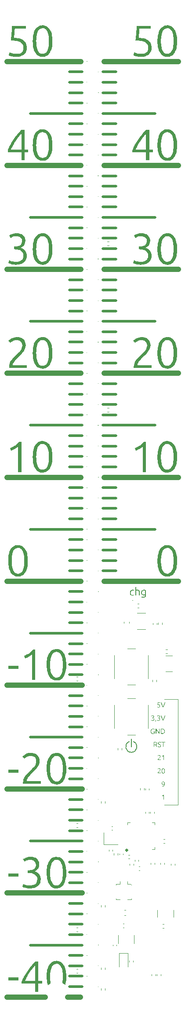
<source format=gbr>
%TF.GenerationSoftware,KiCad,Pcbnew,8.0.5-8.0.5-0~ubuntu24.04.1*%
%TF.CreationDate,2024-09-18T19:03:42+02:00*%
%TF.ProjectId,v_ggtermometer,76e46767-7465-4726-9d6f-6d657465722e,rev?*%
%TF.SameCoordinates,Original*%
%TF.FileFunction,Legend,Top*%
%TF.FilePolarity,Positive*%
%FSLAX46Y46*%
G04 Gerber Fmt 4.6, Leading zero omitted, Abs format (unit mm)*
G04 Created by KiCad (PCBNEW 8.0.5-8.0.5-0~ubuntu24.04.1) date 2024-09-18 19:03:42*
%MOMM*%
%LPD*%
G01*
G04 APERTURE LIST*
%ADD10C,0.500000*%
%ADD11C,1.000000*%
%ADD12C,0.200000*%
%ADD13C,0.000000*%
%ADD14C,0.250000*%
%ADD15C,0.300000*%
%ADD16C,0.100000*%
%ADD17C,0.120000*%
G04 APERTURE END LIST*
D10*
X58250000Y-78250000D02*
X60750000Y-78250000D01*
X58250000Y-126250000D02*
X60750000Y-126250000D01*
X54250000Y-114250000D02*
X51750000Y-114250000D01*
X54250000Y-120250000D02*
X51750000Y-120250000D01*
X58250000Y-124250000D02*
X60750000Y-124250000D01*
X54250000Y-164250000D02*
X51750000Y-164250000D01*
X58250000Y-66250000D02*
X60750000Y-66250000D01*
X54250000Y-196250000D02*
X51750000Y-196250000D01*
X54250000Y-134250000D02*
X51750000Y-134250000D01*
D11*
X39750000Y-182250000D02*
X54250000Y-182250000D01*
D10*
X58250000Y-96250000D02*
X60750000Y-96250000D01*
X58250000Y-128250000D02*
X60750000Y-128250000D01*
X54250000Y-56250000D02*
X51750000Y-56250000D01*
D11*
X39750000Y-102250000D02*
X54000000Y-102250000D01*
D10*
X58250000Y-100250000D02*
X60750000Y-100250000D01*
X54250000Y-150250000D02*
X51750000Y-150250000D01*
X58250000Y-54250000D02*
X60750000Y-54250000D01*
X58250000Y-64250000D02*
X60750000Y-64250000D01*
X54250000Y-52250000D02*
X44250000Y-52250000D01*
X54250000Y-160250000D02*
X51750000Y-160250000D01*
X54250000Y-210250000D02*
X51750000Y-210250000D01*
X58250000Y-44250000D02*
X60750000Y-44250000D01*
X54250000Y-88250000D02*
X51750000Y-88250000D01*
D11*
X39750000Y-162250000D02*
X54250000Y-162250000D01*
D10*
X54250000Y-188250000D02*
X51750000Y-188250000D01*
D11*
X39750000Y-82250000D02*
X54000000Y-82250000D01*
D10*
X54250000Y-146250000D02*
X51750000Y-146250000D01*
X58250000Y-120250000D02*
X60750000Y-120250000D01*
X54250000Y-74250000D02*
X51750000Y-74250000D01*
X54250000Y-132250000D02*
X44250000Y-132250000D01*
X58250000Y-138250000D02*
X60750000Y-138250000D01*
X54250000Y-172250000D02*
X44250000Y-172250000D01*
X58250000Y-86250000D02*
X60750000Y-86250000D01*
X54250000Y-148250000D02*
X51750000Y-148250000D01*
X54250000Y-152250000D02*
X44250000Y-152250000D01*
X58250000Y-136250000D02*
X60750000Y-136250000D01*
X58250000Y-52250000D02*
X68250000Y-52250000D01*
X54250000Y-154250000D02*
X51750000Y-154250000D01*
D12*
X63700000Y-174099999D02*
X63700000Y-172599999D01*
D10*
X54250000Y-66250000D02*
X51750000Y-66250000D01*
D11*
X39750000Y-62250000D02*
X54000000Y-62250000D01*
D10*
X58250000Y-104250000D02*
X60750000Y-104250000D01*
X58250000Y-116250000D02*
X60750000Y-116250000D01*
X54250000Y-168250000D02*
X51750000Y-168250000D01*
X58250000Y-88250000D02*
X60750000Y-88250000D01*
X54250000Y-166250000D02*
X51750000Y-166250000D01*
X54250000Y-138250000D02*
X51750000Y-138250000D01*
X54250000Y-76250000D02*
X51750000Y-76250000D01*
X54250000Y-186250000D02*
X51750000Y-186250000D01*
X58250000Y-132250000D02*
X68250000Y-132250000D01*
D13*
G36*
X48063263Y-218645758D02*
G01*
X48084420Y-218955976D01*
X48119683Y-219254655D01*
X48169050Y-219541793D01*
X47900000Y-219800000D01*
X47610711Y-219974103D01*
X47522204Y-219664233D01*
X47463643Y-219375859D01*
X47421053Y-219066464D01*
X47394435Y-218736049D01*
X47383787Y-218384614D01*
X47383565Y-218323998D01*
X47389004Y-218024223D01*
X47409886Y-217684329D01*
X47446431Y-217366073D01*
X47498638Y-217069455D01*
X47579341Y-216750750D01*
X47606315Y-216665101D01*
X47713585Y-216384463D01*
X47860223Y-216101859D01*
X48032505Y-215859921D01*
X48256978Y-215636350D01*
X48511010Y-215465625D01*
X48791704Y-215350775D01*
X49099059Y-215291797D01*
X49281332Y-215283175D01*
X49604689Y-215310789D01*
X49899916Y-215393633D01*
X50167012Y-215531707D01*
X50405979Y-215725010D01*
X50616816Y-215973542D01*
X50680844Y-216068660D01*
X50824806Y-216330832D01*
X50944369Y-216626421D01*
X51039530Y-216955426D01*
X51098091Y-217242690D01*
X51141036Y-217551340D01*
X51168365Y-217881377D01*
X51180077Y-218232801D01*
X51180565Y-218323998D01*
X51172757Y-218678707D01*
X51149332Y-219012305D01*
X51110292Y-219324791D01*
X51055635Y-219616165D01*
X51000000Y-219900000D01*
X50700000Y-219700000D01*
X50395080Y-219541793D01*
X50449627Y-219217951D01*
X50483126Y-218917830D01*
X50502520Y-218606169D01*
X50507920Y-218323998D01*
X50500867Y-217998392D01*
X50479710Y-217685425D01*
X50444447Y-217385098D01*
X50395080Y-217097411D01*
X50319551Y-216798144D01*
X50207352Y-216506140D01*
X50049552Y-216234193D01*
X50016992Y-216190293D01*
X49789205Y-215980435D01*
X49503715Y-215867434D01*
X49281332Y-215845910D01*
X48986654Y-215886604D01*
X48716930Y-216023819D01*
X48550069Y-216190293D01*
X48384052Y-216452857D01*
X48264983Y-216736331D01*
X48183762Y-217027922D01*
X48169050Y-217097411D01*
X48114504Y-217421948D01*
X48081004Y-217723855D01*
X48061610Y-218038401D01*
X48056210Y-218323998D01*
X48063263Y-218645758D01*
G37*
D10*
X54250000Y-106250000D02*
X51750000Y-106250000D01*
X54250000Y-174250000D02*
X51750000Y-174250000D01*
X54250000Y-44250000D02*
X51750000Y-44250000D01*
X54250000Y-130250000D02*
X51750000Y-130250000D01*
X58250000Y-56250000D02*
X60750000Y-56250000D01*
X54250000Y-92250000D02*
X44250000Y-92250000D01*
D11*
X39750000Y-222250000D02*
X47100000Y-222250000D01*
D10*
X54250000Y-84250000D02*
X51750000Y-84250000D01*
X54250000Y-184250000D02*
X51750000Y-184250000D01*
X54250000Y-48250000D02*
X51750000Y-48250000D01*
X58250000Y-90250000D02*
X60750000Y-90250000D01*
X54250000Y-170250000D02*
X51750000Y-170250000D01*
X54250000Y-108250000D02*
X51750000Y-108250000D01*
X58250000Y-110250000D02*
X60750000Y-110250000D01*
X54250000Y-176250000D02*
X51750000Y-176250000D01*
X58250000Y-68250000D02*
X60750000Y-68250000D01*
X54250000Y-178250000D02*
X51750000Y-178250000D01*
X54250000Y-104250000D02*
X51750000Y-104250000D01*
X54250000Y-72250000D02*
X44250000Y-72250000D01*
X58250000Y-108250000D02*
X60750000Y-108250000D01*
X54250000Y-190250000D02*
X51750000Y-190250000D01*
X58250000Y-130250000D02*
X60750000Y-130250000D01*
D11*
X39750000Y-202250000D02*
X54250000Y-202250000D01*
D10*
X54250000Y-144250000D02*
X51750000Y-144250000D01*
X58250000Y-70250000D02*
X60750000Y-70250000D01*
X54250000Y-208250000D02*
X51750000Y-208250000D01*
X54250000Y-220250000D02*
X51750000Y-220250000D01*
D11*
X72750000Y-142250000D02*
X58500000Y-142250000D01*
D10*
X54250000Y-100250000D02*
X51750000Y-100250000D01*
X54250000Y-204250000D02*
X51750000Y-204250000D01*
X54250000Y-218250000D02*
X51750000Y-218250000D01*
X58250000Y-60250000D02*
X60750000Y-60250000D01*
X54250000Y-192250000D02*
X44250000Y-192250000D01*
X54250000Y-80250000D02*
X51750000Y-80250000D01*
X54250000Y-214250000D02*
X51750000Y-214250000D01*
D13*
G36*
X41942323Y-219087501D02*
G01*
X39984473Y-219087501D01*
X39984473Y-218491060D01*
X41942323Y-218491060D01*
X41942323Y-219087501D01*
G37*
D10*
X58250000Y-112250000D02*
X68250000Y-112250000D01*
X58250000Y-80250000D02*
X60750000Y-80250000D01*
X54250000Y-158250000D02*
X51750000Y-158250000D01*
D11*
X51400000Y-222250000D02*
X53900000Y-222250000D01*
D10*
X54250000Y-116250000D02*
X51750000Y-116250000D01*
X54250000Y-90250000D02*
X51750000Y-90250000D01*
X58250000Y-76250000D02*
X60750000Y-76250000D01*
X58250000Y-48250000D02*
X60750000Y-48250000D01*
D11*
X39750000Y-122250000D02*
X54000000Y-122250000D01*
D10*
X58250000Y-94250000D02*
X60750000Y-94250000D01*
X54250000Y-124250000D02*
X51750000Y-124250000D01*
X54250000Y-86250000D02*
X51750000Y-86250000D01*
X54250000Y-68250000D02*
X51750000Y-68250000D01*
X54250000Y-54250000D02*
X51750000Y-54250000D01*
X58250000Y-92250000D02*
X68250000Y-92250000D01*
X54250000Y-136250000D02*
X51750000Y-136250000D01*
X58250000Y-140250000D02*
X60750000Y-140250000D01*
X58250000Y-134250000D02*
X60750000Y-134250000D01*
X54250000Y-140250000D02*
X51750000Y-140250000D01*
X54250000Y-112250000D02*
X44250000Y-112250000D01*
X58250000Y-46250000D02*
X60750000Y-46250000D01*
D11*
X72750000Y-42250000D02*
X58500000Y-42250000D01*
D10*
X54250000Y-118250000D02*
X51750000Y-118250000D01*
D11*
X39750000Y-142250000D02*
X54000000Y-142250000D01*
D10*
X54250000Y-70250000D02*
X51750000Y-70250000D01*
X54250000Y-94250000D02*
X51750000Y-94250000D01*
X54250000Y-50250000D02*
X51750000Y-50250000D01*
D12*
X64100000Y-173100000D02*
G75*
G02*
X63289455Y-173104283I-400000J-1000000D01*
G01*
D10*
X58250000Y-84250000D02*
X60750000Y-84250000D01*
X58250000Y-50250000D02*
X60750000Y-50250000D01*
X54250000Y-98250000D02*
X51750000Y-98250000D01*
X54250000Y-58250000D02*
X51750000Y-58250000D01*
X54250000Y-206250000D02*
X51750000Y-206250000D01*
D11*
X39750000Y-42250000D02*
X54000000Y-42250000D01*
X72750000Y-62250000D02*
X58500000Y-62250000D01*
D10*
X58250000Y-58250000D02*
X60750000Y-58250000D01*
X54250000Y-46250000D02*
X51750000Y-46250000D01*
X54250000Y-216250000D02*
X51750000Y-216250000D01*
X54250000Y-194250000D02*
X51750000Y-194250000D01*
D11*
X72750000Y-82250000D02*
X58500000Y-82250000D01*
D10*
X54250000Y-198250000D02*
X51750000Y-198250000D01*
X58250000Y-72250000D02*
X68250000Y-72250000D01*
X54250000Y-110250000D02*
X51750000Y-110250000D01*
X54250000Y-96250000D02*
X51750000Y-96250000D01*
X58250000Y-106250000D02*
X60750000Y-106250000D01*
X54250000Y-126250000D02*
X51750000Y-126250000D01*
X54250000Y-156250000D02*
X51750000Y-156250000D01*
X54250000Y-212250000D02*
X44250000Y-212250000D01*
X54250000Y-64250000D02*
X51750000Y-64250000D01*
D11*
X72750000Y-122250000D02*
X58500000Y-122250000D01*
D10*
X58250000Y-74250000D02*
X60750000Y-74250000D01*
X58250000Y-98250000D02*
X60750000Y-98250000D01*
X58250000Y-118250000D02*
X60750000Y-118250000D01*
X54250000Y-60250000D02*
X51750000Y-60250000D01*
X58250000Y-114250000D02*
X60750000Y-114250000D01*
X54250000Y-200250000D02*
X51750000Y-200250000D01*
X54250000Y-128250000D02*
X51750000Y-128250000D01*
X54250000Y-78250000D02*
X51750000Y-78250000D01*
D13*
G36*
X45805268Y-219172498D02*
G01*
X46518946Y-219172498D01*
X46518946Y-219683942D01*
X45805268Y-219683942D01*
X45805268Y-221230000D01*
X45192707Y-221230000D01*
X45192707Y-219683942D01*
X42571004Y-219683942D01*
X42571004Y-219280942D01*
X42616602Y-219172498D01*
X43201151Y-219172498D01*
X45192707Y-219172498D01*
X45192707Y-216122882D01*
X44983742Y-216354928D01*
X44790018Y-216587188D01*
X44629972Y-216791130D01*
X44452943Y-217027979D01*
X44279063Y-217271411D01*
X44108332Y-217521426D01*
X44074563Y-217572219D01*
X43911388Y-217827271D01*
X43757086Y-218083182D01*
X43611656Y-218339952D01*
X43583635Y-218391409D01*
X43437941Y-218668834D01*
X43307139Y-218936908D01*
X43201151Y-219172498D01*
X42616602Y-219172498D01*
X42689984Y-218997975D01*
X42822791Y-218719996D01*
X42962384Y-218452930D01*
X42995987Y-218391409D01*
X43155338Y-218109067D01*
X43307105Y-217853230D01*
X43468396Y-217592814D01*
X43617341Y-217361193D01*
X43794569Y-217096403D01*
X43977477Y-216835460D01*
X44166063Y-216578364D01*
X44360327Y-216325115D01*
X44559172Y-216078826D01*
X44760031Y-215844078D01*
X44962905Y-215620871D01*
X45167794Y-215409204D01*
X45805268Y-215409204D01*
X45805268Y-219172498D01*
G37*
D10*
X54250000Y-180250000D02*
X51750000Y-180250000D01*
D11*
X72750000Y-102250000D02*
X58500000Y-102250000D01*
D14*
G36*
X68788032Y-179221000D02*
G01*
X68787299Y-179207078D01*
X68786567Y-179183142D01*
X68790454Y-179129609D01*
X68802118Y-179079224D01*
X68821557Y-179031988D01*
X68826378Y-179022919D01*
X68853250Y-178978983D01*
X68883794Y-178937243D01*
X68918012Y-178897696D01*
X68925297Y-178890050D01*
X68961799Y-178852651D01*
X68997730Y-178816778D01*
X69033088Y-178782431D01*
X69040091Y-178775745D01*
X69077256Y-178739993D01*
X69113854Y-178702754D01*
X69126064Y-178689771D01*
X69158969Y-178650001D01*
X69185326Y-178608084D01*
X69188346Y-178602332D01*
X69205527Y-178556412D01*
X69212188Y-178505661D01*
X69212282Y-178498529D01*
X69207345Y-178445111D01*
X69190508Y-178398361D01*
X69161724Y-178364196D01*
X69116450Y-178337945D01*
X69066859Y-178325591D01*
X69034473Y-178323651D01*
X68983883Y-178327515D01*
X68934334Y-178341237D01*
X68889001Y-178363379D01*
X68864236Y-178380316D01*
X68826932Y-178412092D01*
X68824424Y-178414510D01*
X68769958Y-178343191D01*
X68806374Y-178310597D01*
X68821005Y-178299227D01*
X68864201Y-178271954D01*
X68911130Y-178250867D01*
X68961667Y-178236508D01*
X69013365Y-178230375D01*
X69034473Y-178229862D01*
X69086005Y-178232326D01*
X69139787Y-178241431D01*
X69186743Y-178257244D01*
X69232050Y-178283531D01*
X69251361Y-178299960D01*
X69283204Y-178338214D01*
X69305949Y-178383124D01*
X69319596Y-178434690D01*
X69324074Y-178485270D01*
X69324145Y-178492912D01*
X69320162Y-178541739D01*
X69306733Y-178592240D01*
X69290440Y-178628222D01*
X69265011Y-178670377D01*
X69234733Y-178711205D01*
X69203001Y-178747168D01*
X69168916Y-178782512D01*
X69133830Y-178817713D01*
X69097742Y-178852770D01*
X69090405Y-178859764D01*
X69054290Y-178895652D01*
X69018579Y-178932669D01*
X69002233Y-178950134D01*
X68969570Y-178987994D01*
X68940345Y-179028226D01*
X68931403Y-179042458D01*
X68911069Y-179087032D01*
X68904292Y-179129897D01*
X69356385Y-179129897D01*
X69356385Y-179221000D01*
X68788032Y-179221000D01*
G37*
G36*
X69916838Y-178234464D02*
G01*
X69966042Y-178248272D01*
X70010558Y-178271284D01*
X70050386Y-178303501D01*
X70085525Y-178344923D01*
X70096197Y-178360776D01*
X70120191Y-178404472D01*
X70140118Y-178453736D01*
X70155978Y-178508571D01*
X70165738Y-178556448D01*
X70172895Y-178607890D01*
X70177450Y-178662896D01*
X70179402Y-178721466D01*
X70179484Y-178736666D01*
X70178182Y-178795784D01*
X70174278Y-178851384D01*
X70167771Y-178903465D01*
X70158662Y-178952027D01*
X70143615Y-179007782D01*
X70124501Y-179058039D01*
X70101321Y-179102798D01*
X70096197Y-179111090D01*
X70062620Y-179155581D01*
X70024355Y-179190866D01*
X69981402Y-179216947D01*
X69933760Y-179233822D01*
X69881430Y-179241493D01*
X69862945Y-179242004D01*
X69809308Y-179237348D01*
X69760231Y-179223380D01*
X69715714Y-179200099D01*
X69692952Y-179183142D01*
X69655836Y-179145781D01*
X69627191Y-179105435D01*
X69602637Y-179058373D01*
X69584508Y-179011683D01*
X69569757Y-178960038D01*
X69559997Y-178911976D01*
X69552898Y-178860410D01*
X69548462Y-178805341D01*
X69546687Y-178746769D01*
X69546650Y-178736666D01*
X69658758Y-178736666D01*
X69659933Y-178790293D01*
X69663459Y-178841996D01*
X69669337Y-178891775D01*
X69677565Y-178939632D01*
X69690191Y-178989510D01*
X69709025Y-179038177D01*
X69735582Y-179083501D01*
X69741068Y-179090818D01*
X69779273Y-179125794D01*
X69826476Y-179144628D01*
X69862945Y-179148215D01*
X69912806Y-179141433D01*
X69957983Y-179118564D01*
X69985555Y-179090818D01*
X70012946Y-179047057D01*
X70032638Y-178999812D01*
X70046119Y-178951213D01*
X70048569Y-178939632D01*
X70057661Y-178885658D01*
X70063244Y-178835638D01*
X70066476Y-178783694D01*
X70067376Y-178736666D01*
X70066201Y-178682398D01*
X70062674Y-178630237D01*
X70056797Y-178580183D01*
X70048569Y-178532235D01*
X70035981Y-178482357D01*
X70017281Y-178433690D01*
X69990982Y-178388365D01*
X69985555Y-178381048D01*
X69947590Y-178346072D01*
X69900009Y-178327239D01*
X69862945Y-178323651D01*
X69813832Y-178330434D01*
X69768878Y-178353303D01*
X69741068Y-178381048D01*
X69713398Y-178424809D01*
X69693553Y-178472055D01*
X69680016Y-178520653D01*
X69677565Y-178532235D01*
X69668473Y-178586324D01*
X69662890Y-178636642D01*
X69659658Y-178689066D01*
X69658758Y-178736666D01*
X69546650Y-178736666D01*
X69547557Y-178686703D01*
X69551037Y-178630054D01*
X69557128Y-178577012D01*
X69565829Y-178527575D01*
X69579280Y-178474458D01*
X69583775Y-178460183D01*
X69601654Y-178413410D01*
X69626093Y-178366309D01*
X69654807Y-178325986D01*
X69692219Y-178288725D01*
X69734558Y-178260270D01*
X69781340Y-178241129D01*
X69832566Y-178231299D01*
X69862945Y-178229862D01*
X69916838Y-178234464D01*
G37*
G36*
X68913817Y-166542004D02*
G01*
X68864182Y-166540134D01*
X68815153Y-166533981D01*
X68805862Y-166532235D01*
X68758027Y-166521096D01*
X68722575Y-166510009D01*
X68677248Y-166491602D01*
X68674459Y-166490225D01*
X68699616Y-166399122D01*
X68747640Y-166417961D01*
X68777285Y-166427943D01*
X68827620Y-166440120D01*
X68879592Y-166445850D01*
X68912352Y-166446750D01*
X68965379Y-166444221D01*
X69014673Y-166435600D01*
X69054501Y-166420860D01*
X69095917Y-166392456D01*
X69125898Y-166353049D01*
X69127285Y-166350274D01*
X69143589Y-166302952D01*
X69149002Y-166254262D01*
X69149023Y-166250867D01*
X69144180Y-166199232D01*
X69128004Y-166149962D01*
X69114585Y-166126303D01*
X69078015Y-166088024D01*
X69033344Y-166061869D01*
X68992952Y-166046436D01*
X68944622Y-166034147D01*
X68894771Y-166026275D01*
X68837860Y-166021091D01*
X68783460Y-166018787D01*
X68744313Y-166018348D01*
X68750312Y-165967228D01*
X68755487Y-165918651D01*
X68758479Y-165887678D01*
X68763114Y-165835372D01*
X68767188Y-165785310D01*
X68768248Y-165771418D01*
X68771819Y-165719655D01*
X68774746Y-165668321D01*
X68775087Y-165661509D01*
X68777513Y-165609950D01*
X68779295Y-165557854D01*
X68779484Y-165550867D01*
X69225960Y-165550867D01*
X69225960Y-165641725D01*
X68869121Y-165641725D01*
X68866384Y-165691075D01*
X68865457Y-165707671D01*
X68862347Y-165757950D01*
X68859840Y-165789492D01*
X68855693Y-165838527D01*
X68852756Y-165870092D01*
X68848040Y-165918819D01*
X68846650Y-165931642D01*
X68898407Y-165934282D01*
X68958058Y-165941061D01*
X69012104Y-165951704D01*
X69060545Y-165966210D01*
X69111275Y-165988719D01*
X69153933Y-166016792D01*
X69160258Y-166022011D01*
X69198992Y-166061707D01*
X69228212Y-166106849D01*
X69247919Y-166157437D01*
X69258112Y-166213471D01*
X69259665Y-166247936D01*
X69256040Y-166298053D01*
X69243677Y-166349767D01*
X69222540Y-166397901D01*
X69192284Y-166440702D01*
X69152561Y-166476749D01*
X69108235Y-166503658D01*
X69061751Y-166522195D01*
X69008852Y-166534665D01*
X68956447Y-166540656D01*
X68913817Y-166542004D01*
G37*
G36*
X69763294Y-166521000D02*
G01*
X69741068Y-166471296D01*
X69719086Y-166421593D01*
X69697348Y-166371889D01*
X69675855Y-166322186D01*
X69654392Y-166271658D01*
X69635462Y-166226094D01*
X69616391Y-166179268D01*
X69597181Y-166131179D01*
X69588904Y-166110183D01*
X69569366Y-166059682D01*
X69549221Y-166006913D01*
X69531469Y-165959878D01*
X69513271Y-165911178D01*
X69494627Y-165860811D01*
X69475355Y-165808315D01*
X69455277Y-165753226D01*
X69437928Y-165705337D01*
X69420019Y-165655648D01*
X69401549Y-165604158D01*
X69382519Y-165550867D01*
X69504396Y-165550867D01*
X69522029Y-165602473D01*
X69539452Y-165653215D01*
X69556664Y-165703092D01*
X69573666Y-165752104D01*
X69583287Y-165779722D01*
X69600100Y-165827469D01*
X69616773Y-165874537D01*
X69633306Y-165920928D01*
X69652028Y-165973116D01*
X69659002Y-165992458D01*
X69677687Y-166043657D01*
X69696616Y-166094429D01*
X69715789Y-166144774D01*
X69735206Y-166194691D01*
X69755035Y-166244318D01*
X69775201Y-166293793D01*
X69795702Y-166343114D01*
X69816539Y-166392284D01*
X69837315Y-166343801D01*
X69857633Y-166295075D01*
X69877493Y-166246104D01*
X69896895Y-166196889D01*
X69916144Y-166147247D01*
X69935302Y-166096994D01*
X69954368Y-166046130D01*
X69973343Y-165994656D01*
X69992302Y-165942434D01*
X70008942Y-165896013D01*
X70025628Y-165848915D01*
X70042361Y-165801138D01*
X70049546Y-165780455D01*
X70066465Y-165731652D01*
X70083453Y-165682054D01*
X70100512Y-165631661D01*
X70117641Y-165580474D01*
X70127460Y-165550867D01*
X70243475Y-165550867D01*
X70224932Y-165604158D01*
X70206853Y-165655648D01*
X70189240Y-165705337D01*
X70172091Y-165753226D01*
X70155408Y-165799314D01*
X70136002Y-165852242D01*
X70132833Y-165860811D01*
X70114180Y-165911178D01*
X70095956Y-165959878D01*
X70078162Y-166006913D01*
X70057944Y-166059682D01*
X70038311Y-166110183D01*
X70019136Y-166158813D01*
X70000077Y-166206180D01*
X69981135Y-166252285D01*
X69959630Y-166303431D01*
X69951605Y-166322186D01*
X69930203Y-166371889D01*
X69908496Y-166421593D01*
X69886484Y-166471296D01*
X69864166Y-166521000D01*
X69763294Y-166521000D01*
G37*
D15*
G36*
X43128471Y-59172498D02*
G01*
X43842149Y-59172498D01*
X43842149Y-59683942D01*
X43128471Y-59683942D01*
X43128471Y-61230000D01*
X42515910Y-61230000D01*
X42515910Y-59683942D01*
X39894207Y-59683942D01*
X39894207Y-59280942D01*
X39939805Y-59172498D01*
X40524354Y-59172498D01*
X42515910Y-59172498D01*
X42515910Y-56122882D01*
X42306945Y-56354928D01*
X42113221Y-56587188D01*
X41953175Y-56791130D01*
X41776146Y-57027979D01*
X41602266Y-57271411D01*
X41431535Y-57521426D01*
X41397766Y-57572219D01*
X41234591Y-57827271D01*
X41080289Y-58083182D01*
X40934859Y-58339952D01*
X40906838Y-58391409D01*
X40761144Y-58668834D01*
X40630342Y-58936908D01*
X40524354Y-59172498D01*
X39939805Y-59172498D01*
X40013187Y-58997975D01*
X40145994Y-58719996D01*
X40285588Y-58452930D01*
X40319190Y-58391409D01*
X40478541Y-58109067D01*
X40630308Y-57853230D01*
X40791600Y-57592814D01*
X40940544Y-57361193D01*
X41117773Y-57096403D01*
X41300680Y-56835460D01*
X41489266Y-56578364D01*
X41683531Y-56325115D01*
X41882375Y-56078826D01*
X42083234Y-55844078D01*
X42286108Y-55620871D01*
X42490997Y-55409204D01*
X43128471Y-55409204D01*
X43128471Y-59172498D01*
G37*
G36*
X46927892Y-55310789D02*
G01*
X47223119Y-55393633D01*
X47490215Y-55531707D01*
X47729182Y-55725010D01*
X47940019Y-55973542D01*
X48004047Y-56068660D01*
X48148010Y-56330832D01*
X48267572Y-56626421D01*
X48362733Y-56955426D01*
X48421294Y-57242690D01*
X48464239Y-57551340D01*
X48491568Y-57881377D01*
X48503280Y-58232801D01*
X48503768Y-58323998D01*
X48495960Y-58678707D01*
X48472535Y-59012305D01*
X48433495Y-59324791D01*
X48378838Y-59616165D01*
X48288556Y-59950694D01*
X48173874Y-60252236D01*
X48034791Y-60520791D01*
X48004047Y-60570544D01*
X47802587Y-60837486D01*
X47572996Y-61049199D01*
X47315276Y-61205682D01*
X47029426Y-61306936D01*
X46715446Y-61352961D01*
X46604535Y-61356029D01*
X46282716Y-61328092D01*
X45988253Y-61244282D01*
X45721148Y-61104598D01*
X45584577Y-61002854D01*
X45361882Y-60778690D01*
X45190012Y-60536615D01*
X45042687Y-60254240D01*
X44933914Y-59974103D01*
X44845407Y-59664233D01*
X44786846Y-59375859D01*
X44744256Y-59066464D01*
X44717638Y-58736049D01*
X44706990Y-58384614D01*
X44706769Y-58323998D01*
X45379413Y-58323998D01*
X45386466Y-58645758D01*
X45407623Y-58955976D01*
X45442886Y-59254655D01*
X45492254Y-59541793D01*
X45568014Y-59841060D01*
X45681014Y-60133063D01*
X45840357Y-60405010D01*
X45873272Y-60448911D01*
X46102502Y-60658769D01*
X46385724Y-60771769D01*
X46604535Y-60793293D01*
X46903700Y-60752600D01*
X47174764Y-60615385D01*
X47340195Y-60448911D01*
X47504544Y-60186346D01*
X47622696Y-59902872D01*
X47703582Y-59611282D01*
X47718283Y-59541793D01*
X47772830Y-59217951D01*
X47806329Y-58917830D01*
X47825723Y-58606169D01*
X47831123Y-58323998D01*
X47824071Y-57998392D01*
X47802913Y-57685425D01*
X47767650Y-57385098D01*
X47718283Y-57097411D01*
X47642755Y-56798144D01*
X47530555Y-56506140D01*
X47372756Y-56234193D01*
X47340195Y-56190293D01*
X47112408Y-55980435D01*
X46826919Y-55867434D01*
X46604535Y-55845910D01*
X46309857Y-55886604D01*
X46040133Y-56023819D01*
X45873272Y-56190293D01*
X45707255Y-56452857D01*
X45588187Y-56736331D01*
X45506965Y-57027922D01*
X45492254Y-57097411D01*
X45437707Y-57421948D01*
X45404207Y-57723855D01*
X45384813Y-58038401D01*
X45379413Y-58323998D01*
X44706769Y-58323998D01*
X44712207Y-58024223D01*
X44733089Y-57684329D01*
X44769634Y-57366073D01*
X44821841Y-57069455D01*
X44902544Y-56750750D01*
X44929518Y-56665101D01*
X45036788Y-56384463D01*
X45183426Y-56101859D01*
X45355708Y-55859921D01*
X45580181Y-55636350D01*
X45834213Y-55465625D01*
X46114907Y-55350775D01*
X46422262Y-55291797D01*
X46604535Y-55283175D01*
X46927892Y-55310789D01*
G37*
D14*
G36*
X63943039Y-145018080D02*
G01*
X63860493Y-145013684D01*
X63785044Y-145000495D01*
X63708650Y-144975147D01*
X63655443Y-144947739D01*
X63594991Y-144903621D01*
X63543464Y-144850404D01*
X63500864Y-144788088D01*
X63481054Y-144749535D01*
X63452718Y-144674249D01*
X63435315Y-144602023D01*
X63425240Y-144524806D01*
X63422435Y-144453147D01*
X63426236Y-144370783D01*
X63437640Y-144293687D01*
X63456645Y-144221856D01*
X63483252Y-144155293D01*
X63521692Y-144087570D01*
X63568595Y-144028656D01*
X63623959Y-143978553D01*
X63658374Y-143954525D01*
X63726268Y-143919459D01*
X63800943Y-143895869D01*
X63882399Y-143883756D01*
X63930583Y-143881985D01*
X64004303Y-143884790D01*
X64079710Y-143894020D01*
X64094347Y-143896639D01*
X64167358Y-143914588D01*
X64215980Y-143934375D01*
X64176047Y-144066632D01*
X64104080Y-144041239D01*
X64081525Y-144035491D01*
X64007429Y-144024785D01*
X63943039Y-144022669D01*
X63861042Y-144029767D01*
X63789441Y-144051062D01*
X63721315Y-144091988D01*
X63677425Y-144136242D01*
X63637514Y-144198501D01*
X63609006Y-144272071D01*
X63593416Y-144345724D01*
X63586557Y-144428038D01*
X63586200Y-144453147D01*
X63589885Y-144528946D01*
X63602452Y-144605464D01*
X63623936Y-144674797D01*
X63658729Y-144740588D01*
X63711073Y-144798490D01*
X63745569Y-144823907D01*
X63816392Y-144856502D01*
X63894709Y-144873165D01*
X63968318Y-144877397D01*
X64045072Y-144872725D01*
X64111933Y-144858712D01*
X64181986Y-144834595D01*
X64203524Y-144825006D01*
X64235031Y-144959462D01*
X64164474Y-144985924D01*
X64113032Y-144999030D01*
X64040283Y-145012053D01*
X63965009Y-145017783D01*
X63943039Y-145018080D01*
G37*
G36*
X64461078Y-144995000D02*
G01*
X64461078Y-143392522D01*
X64618615Y-143365411D01*
X64618615Y-143934375D01*
X64689648Y-143911771D01*
X64747941Y-143898838D01*
X64823676Y-143888765D01*
X64881298Y-143886381D01*
X64962539Y-143890320D01*
X65042331Y-143904166D01*
X65116577Y-143931242D01*
X65148011Y-143949396D01*
X65206415Y-143998354D01*
X65251658Y-144059088D01*
X65281368Y-144124518D01*
X65301847Y-144198392D01*
X65313793Y-144270996D01*
X65319596Y-144349397D01*
X65320202Y-144386102D01*
X65320202Y-144995000D01*
X65162666Y-144995000D01*
X65162666Y-144430066D01*
X65160492Y-144351031D01*
X65152979Y-144274567D01*
X65136879Y-144198583D01*
X65135188Y-144193028D01*
X65104173Y-144125027D01*
X65050867Y-144069981D01*
X65042865Y-144064801D01*
X64970479Y-144036137D01*
X64895878Y-144025842D01*
X64860415Y-144024867D01*
X64786677Y-144030681D01*
X64764428Y-144034392D01*
X64691218Y-144049598D01*
X64673203Y-144054176D01*
X64618615Y-144071029D01*
X64618615Y-144995000D01*
X64461078Y-144995000D01*
G37*
G36*
X66194308Y-143887946D02*
G01*
X66272132Y-143893356D01*
X66346002Y-143903769D01*
X66358112Y-143906165D01*
X66430060Y-143922118D01*
X66502841Y-143941421D01*
X66514550Y-143945000D01*
X66514550Y-144929787D01*
X66511446Y-145003219D01*
X66499528Y-145082388D01*
X66474326Y-145162412D01*
X66436957Y-145229148D01*
X66387421Y-145282595D01*
X66325669Y-145324422D01*
X66251330Y-145355976D01*
X66177592Y-145374845D01*
X66094606Y-145386166D01*
X66018387Y-145389835D01*
X66002373Y-145389940D01*
X65927222Y-145387570D01*
X65850460Y-145379654D01*
X65811130Y-145373087D01*
X65738712Y-145357570D01*
X65667798Y-145337947D01*
X65659822Y-145335352D01*
X65691329Y-145196500D01*
X65761229Y-145219246D01*
X65830181Y-145235334D01*
X65906286Y-145247606D01*
X65983934Y-145253006D01*
X66006403Y-145253286D01*
X66080448Y-145250209D01*
X66156835Y-145238394D01*
X66210101Y-145221779D01*
X66273900Y-145183949D01*
X66322077Y-145125320D01*
X66324407Y-145121029D01*
X66349702Y-145051956D01*
X66360109Y-144979244D01*
X66361410Y-144938213D01*
X66361410Y-144868970D01*
X66293747Y-144905858D01*
X66260659Y-144920628D01*
X66184909Y-144942454D01*
X66111673Y-144950293D01*
X66077844Y-144951036D01*
X65999648Y-144945812D01*
X65924887Y-144930142D01*
X65853560Y-144904024D01*
X65839707Y-144897547D01*
X65775078Y-144857876D01*
X65719036Y-144806185D01*
X65671580Y-144742471D01*
X65663119Y-144728286D01*
X65631241Y-144657720D01*
X65611664Y-144585506D01*
X65600329Y-144504362D01*
X65597248Y-144427868D01*
X65760939Y-144427868D01*
X65765413Y-144506676D01*
X65780239Y-144580727D01*
X65788050Y-144604455D01*
X65820198Y-144671042D01*
X65861689Y-144724256D01*
X65920510Y-144770162D01*
X65965370Y-144791301D01*
X66038872Y-144809247D01*
X66084072Y-144812184D01*
X66162210Y-144806710D01*
X66235197Y-144790288D01*
X66244539Y-144787271D01*
X66314126Y-144758034D01*
X66359211Y-144728286D01*
X66359211Y-144051978D01*
X66287563Y-144035971D01*
X66270918Y-144033293D01*
X66195595Y-144026480D01*
X66117777Y-144024867D01*
X66043887Y-144030841D01*
X65972266Y-144050985D01*
X65924703Y-144075425D01*
X65866039Y-144123039D01*
X65819830Y-144184317D01*
X65802704Y-144217208D01*
X65777253Y-144289594D01*
X65764242Y-144362917D01*
X65760939Y-144427868D01*
X65597248Y-144427868D01*
X65597174Y-144426036D01*
X65601043Y-144350313D01*
X65614648Y-144270215D01*
X65638048Y-144195508D01*
X65659089Y-144148698D01*
X65698235Y-144084337D01*
X65746016Y-144028090D01*
X65802434Y-143979957D01*
X65837509Y-143956723D01*
X65906607Y-143922720D01*
X65982834Y-143899845D01*
X66056576Y-143888854D01*
X66115579Y-143886381D01*
X66194308Y-143887946D01*
G37*
D15*
G36*
X65913050Y-121230000D02*
G01*
X65913050Y-116332442D01*
X65680317Y-116531378D01*
X65577460Y-116602086D01*
X65318366Y-116758295D01*
X65098255Y-116874661D01*
X64821101Y-117000003D01*
X64576553Y-117088618D01*
X64391905Y-116602086D01*
X64667820Y-116494461D01*
X64956447Y-116356387D01*
X65226182Y-116198851D01*
X65303419Y-116147794D01*
X65556039Y-115956655D01*
X65779971Y-115753795D01*
X66000656Y-115521724D01*
X66097697Y-115409204D01*
X66543196Y-115409204D01*
X66543196Y-121230000D01*
X65913050Y-121230000D01*
G37*
G36*
X70955178Y-115310789D02*
G01*
X71250405Y-115393633D01*
X71517501Y-115531707D01*
X71756468Y-115725010D01*
X71967305Y-115973542D01*
X72031333Y-116068660D01*
X72175296Y-116330832D01*
X72294858Y-116626421D01*
X72390019Y-116955426D01*
X72448580Y-117242690D01*
X72491525Y-117551340D01*
X72518854Y-117881377D01*
X72530566Y-118232801D01*
X72531054Y-118323998D01*
X72523246Y-118678707D01*
X72499821Y-119012305D01*
X72460781Y-119324791D01*
X72406124Y-119616165D01*
X72315842Y-119950694D01*
X72201160Y-120252236D01*
X72062077Y-120520791D01*
X72031333Y-120570544D01*
X71829873Y-120837486D01*
X71600282Y-121049199D01*
X71342562Y-121205682D01*
X71056712Y-121306936D01*
X70742732Y-121352961D01*
X70631821Y-121356029D01*
X70310002Y-121328092D01*
X70015539Y-121244282D01*
X69748434Y-121104598D01*
X69611863Y-121002854D01*
X69389168Y-120778690D01*
X69217298Y-120536615D01*
X69069973Y-120254240D01*
X68961200Y-119974103D01*
X68872693Y-119664233D01*
X68814132Y-119375859D01*
X68771542Y-119066464D01*
X68744924Y-118736049D01*
X68734276Y-118384614D01*
X68734055Y-118323998D01*
X69406699Y-118323998D01*
X69413752Y-118645758D01*
X69434909Y-118955976D01*
X69470172Y-119254655D01*
X69519540Y-119541793D01*
X69595300Y-119841060D01*
X69708300Y-120133063D01*
X69867643Y-120405010D01*
X69900558Y-120448911D01*
X70129788Y-120658769D01*
X70413010Y-120771769D01*
X70631821Y-120793293D01*
X70930986Y-120752600D01*
X71202050Y-120615385D01*
X71367481Y-120448911D01*
X71531830Y-120186346D01*
X71649982Y-119902872D01*
X71730868Y-119611282D01*
X71745569Y-119541793D01*
X71800116Y-119217951D01*
X71833615Y-118917830D01*
X71853009Y-118606169D01*
X71858409Y-118323998D01*
X71851357Y-117998392D01*
X71830199Y-117685425D01*
X71794936Y-117385098D01*
X71745569Y-117097411D01*
X71670041Y-116798144D01*
X71557841Y-116506140D01*
X71400042Y-116234193D01*
X71367481Y-116190293D01*
X71139694Y-115980435D01*
X70854205Y-115867434D01*
X70631821Y-115845910D01*
X70337143Y-115886604D01*
X70067419Y-116023819D01*
X69900558Y-116190293D01*
X69734541Y-116452857D01*
X69615473Y-116736331D01*
X69534251Y-117027922D01*
X69519540Y-117097411D01*
X69464993Y-117421948D01*
X69431493Y-117723855D01*
X69412099Y-118038401D01*
X69406699Y-118323998D01*
X68734055Y-118323998D01*
X68739493Y-118024223D01*
X68760375Y-117684329D01*
X68796920Y-117366073D01*
X68849127Y-117069455D01*
X68929830Y-116750750D01*
X68956804Y-116665101D01*
X69064074Y-116384463D01*
X69210712Y-116101859D01*
X69382994Y-115859921D01*
X69607467Y-115636350D01*
X69861499Y-115465625D01*
X70142193Y-115350775D01*
X70449548Y-115291797D01*
X70631821Y-115283175D01*
X70955178Y-115310789D01*
G37*
G36*
X41449057Y-81356029D02*
G01*
X41151249Y-81344809D01*
X40857070Y-81307886D01*
X40801325Y-81297411D01*
X40515558Y-81230579D01*
X40306001Y-81164054D01*
X40031314Y-81050796D01*
X40020237Y-81045352D01*
X40179972Y-80491409D01*
X40464921Y-80611189D01*
X40638660Y-80671660D01*
X40939084Y-80744720D01*
X41231071Y-80777448D01*
X41465177Y-80784501D01*
X41766856Y-80770619D01*
X42078998Y-80717313D01*
X42297557Y-80642351D01*
X42559064Y-80481308D01*
X42754244Y-80251323D01*
X42763572Y-80234954D01*
X42873482Y-79945893D01*
X42909546Y-79653895D01*
X42910118Y-79609204D01*
X42882239Y-79309693D01*
X42777403Y-79017342D01*
X42674180Y-78870614D01*
X42440685Y-78665530D01*
X42173135Y-78530350D01*
X42057222Y-78492526D01*
X41761154Y-78425550D01*
X41444478Y-78389486D01*
X41221912Y-78382616D01*
X41095882Y-78382616D01*
X41095882Y-77869706D01*
X41331821Y-77869706D01*
X41627110Y-77847725D01*
X41926796Y-77781779D01*
X42205600Y-77659047D01*
X42435310Y-77466706D01*
X42583623Y-77211574D01*
X42638711Y-76922220D01*
X42641939Y-76820439D01*
X42608452Y-76514582D01*
X42489532Y-76248911D01*
X42276191Y-76039839D01*
X42090928Y-75942630D01*
X41797934Y-75864423D01*
X41550174Y-75845910D01*
X41247374Y-75863633D01*
X40956618Y-75929109D01*
X40852616Y-75971939D01*
X40588834Y-76110940D01*
X40424703Y-76215205D01*
X40163852Y-75728674D01*
X40425831Y-75576226D01*
X40704605Y-75442909D01*
X40994628Y-75345571D01*
X41298862Y-75295810D01*
X41575087Y-75283175D01*
X41893313Y-75298476D01*
X42206382Y-75351370D01*
X42501502Y-75453191D01*
X42549616Y-75476615D01*
X42805979Y-75640998D01*
X43022311Y-75865126D01*
X43112351Y-76005645D01*
X43231903Y-76295000D01*
X43288163Y-76591720D01*
X43296999Y-76777941D01*
X43265656Y-77093730D01*
X43171628Y-77372115D01*
X43031751Y-77592735D01*
X42813100Y-77812760D01*
X42552821Y-77980440D01*
X42356175Y-78063147D01*
X42640029Y-78164641D01*
X42909071Y-78312503D01*
X42943824Y-78335722D01*
X43166819Y-78526100D01*
X43351106Y-78766406D01*
X43396650Y-78844235D01*
X43511458Y-79127265D01*
X43565485Y-79430168D01*
X43573970Y-79625324D01*
X43551359Y-79921163D01*
X43474253Y-80225429D01*
X43342428Y-80507529D01*
X43155851Y-80758806D01*
X42912477Y-80970602D01*
X42641939Y-81128883D01*
X42357395Y-81238685D01*
X42070989Y-81306119D01*
X41753077Y-81345160D01*
X41449057Y-81356029D01*
G37*
G36*
X46927892Y-75310789D02*
G01*
X47223119Y-75393633D01*
X47490215Y-75531707D01*
X47729182Y-75725010D01*
X47940019Y-75973542D01*
X48004047Y-76068660D01*
X48148010Y-76330832D01*
X48267572Y-76626421D01*
X48362733Y-76955426D01*
X48421294Y-77242690D01*
X48464239Y-77551340D01*
X48491568Y-77881377D01*
X48503280Y-78232801D01*
X48503768Y-78323998D01*
X48495960Y-78678707D01*
X48472535Y-79012305D01*
X48433495Y-79324791D01*
X48378838Y-79616165D01*
X48288556Y-79950694D01*
X48173874Y-80252236D01*
X48034791Y-80520791D01*
X48004047Y-80570544D01*
X47802587Y-80837486D01*
X47572996Y-81049199D01*
X47315276Y-81205682D01*
X47029426Y-81306936D01*
X46715446Y-81352961D01*
X46604535Y-81356029D01*
X46282716Y-81328092D01*
X45988253Y-81244282D01*
X45721148Y-81104598D01*
X45584577Y-81002854D01*
X45361882Y-80778690D01*
X45190012Y-80536615D01*
X45042687Y-80254240D01*
X44933914Y-79974103D01*
X44845407Y-79664233D01*
X44786846Y-79375859D01*
X44744256Y-79066464D01*
X44717638Y-78736049D01*
X44706990Y-78384614D01*
X44706769Y-78323998D01*
X45379413Y-78323998D01*
X45386466Y-78645758D01*
X45407623Y-78955976D01*
X45442886Y-79254655D01*
X45492254Y-79541793D01*
X45568014Y-79841060D01*
X45681014Y-80133063D01*
X45840357Y-80405010D01*
X45873272Y-80448911D01*
X46102502Y-80658769D01*
X46385724Y-80771769D01*
X46604535Y-80793293D01*
X46903700Y-80752600D01*
X47174764Y-80615385D01*
X47340195Y-80448911D01*
X47504544Y-80186346D01*
X47622696Y-79902872D01*
X47703582Y-79611282D01*
X47718283Y-79541793D01*
X47772830Y-79217951D01*
X47806329Y-78917830D01*
X47825723Y-78606169D01*
X47831123Y-78323998D01*
X47824071Y-77998392D01*
X47802913Y-77685425D01*
X47767650Y-77385098D01*
X47718283Y-77097411D01*
X47642755Y-76798144D01*
X47530555Y-76506140D01*
X47372756Y-76234193D01*
X47340195Y-76190293D01*
X47112408Y-75980435D01*
X46826919Y-75867434D01*
X46604535Y-75845910D01*
X46309857Y-75886604D01*
X46040133Y-76023819D01*
X45873272Y-76190293D01*
X45707255Y-76452857D01*
X45588187Y-76736331D01*
X45506965Y-77027922D01*
X45492254Y-77097411D01*
X45437707Y-77421948D01*
X45404207Y-77723855D01*
X45384813Y-78038401D01*
X45379413Y-78323998D01*
X44706769Y-78323998D01*
X44712207Y-78024223D01*
X44733089Y-77684329D01*
X44769634Y-77366073D01*
X44821841Y-77069455D01*
X44902544Y-76750750D01*
X44929518Y-76665101D01*
X45036788Y-76384463D01*
X45183426Y-76101859D01*
X45355708Y-75859921D01*
X45580181Y-75636350D01*
X45834213Y-75465625D01*
X46114907Y-75350775D01*
X46422262Y-75291797D01*
X46604535Y-75283175D01*
X46927892Y-75310789D01*
G37*
G36*
X65476343Y-81356029D02*
G01*
X65178535Y-81344809D01*
X64884356Y-81307886D01*
X64828611Y-81297411D01*
X64542844Y-81230579D01*
X64333287Y-81164054D01*
X64058600Y-81050796D01*
X64047523Y-81045352D01*
X64207258Y-80491409D01*
X64492207Y-80611189D01*
X64665946Y-80671660D01*
X64966370Y-80744720D01*
X65258357Y-80777448D01*
X65492463Y-80784501D01*
X65794142Y-80770619D01*
X66106284Y-80717313D01*
X66324843Y-80642351D01*
X66586350Y-80481308D01*
X66781530Y-80251323D01*
X66790858Y-80234954D01*
X66900768Y-79945893D01*
X66936832Y-79653895D01*
X66937404Y-79609204D01*
X66909525Y-79309693D01*
X66804689Y-79017342D01*
X66701466Y-78870614D01*
X66467971Y-78665530D01*
X66200421Y-78530350D01*
X66084508Y-78492526D01*
X65788440Y-78425550D01*
X65471764Y-78389486D01*
X65249198Y-78382616D01*
X65123168Y-78382616D01*
X65123168Y-77869706D01*
X65359107Y-77869706D01*
X65654396Y-77847725D01*
X65954082Y-77781779D01*
X66232886Y-77659047D01*
X66462596Y-77466706D01*
X66610909Y-77211574D01*
X66665997Y-76922220D01*
X66669225Y-76820439D01*
X66635738Y-76514582D01*
X66516818Y-76248911D01*
X66303477Y-76039839D01*
X66118214Y-75942630D01*
X65825220Y-75864423D01*
X65577460Y-75845910D01*
X65274660Y-75863633D01*
X64983904Y-75929109D01*
X64879902Y-75971939D01*
X64616120Y-76110940D01*
X64451989Y-76215205D01*
X64191138Y-75728674D01*
X64453117Y-75576226D01*
X64731891Y-75442909D01*
X65021914Y-75345571D01*
X65326148Y-75295810D01*
X65602373Y-75283175D01*
X65920599Y-75298476D01*
X66233668Y-75351370D01*
X66528788Y-75453191D01*
X66576902Y-75476615D01*
X66833265Y-75640998D01*
X67049597Y-75865126D01*
X67139637Y-76005645D01*
X67259189Y-76295000D01*
X67315449Y-76591720D01*
X67324285Y-76777941D01*
X67292942Y-77093730D01*
X67198914Y-77372115D01*
X67059037Y-77592735D01*
X66840386Y-77812760D01*
X66580107Y-77980440D01*
X66383461Y-78063147D01*
X66667315Y-78164641D01*
X66936357Y-78312503D01*
X66971110Y-78335722D01*
X67194105Y-78526100D01*
X67378392Y-78766406D01*
X67423936Y-78844235D01*
X67538744Y-79127265D01*
X67592771Y-79430168D01*
X67601256Y-79625324D01*
X67578645Y-79921163D01*
X67501539Y-80225429D01*
X67369714Y-80507529D01*
X67183137Y-80758806D01*
X66939763Y-80970602D01*
X66669225Y-81128883D01*
X66384681Y-81238685D01*
X66098275Y-81306119D01*
X65780363Y-81345160D01*
X65476343Y-81356029D01*
G37*
G36*
X70955178Y-75310789D02*
G01*
X71250405Y-75393633D01*
X71517501Y-75531707D01*
X71756468Y-75725010D01*
X71967305Y-75973542D01*
X72031333Y-76068660D01*
X72175296Y-76330832D01*
X72294858Y-76626421D01*
X72390019Y-76955426D01*
X72448580Y-77242690D01*
X72491525Y-77551340D01*
X72518854Y-77881377D01*
X72530566Y-78232801D01*
X72531054Y-78323998D01*
X72523246Y-78678707D01*
X72499821Y-79012305D01*
X72460781Y-79324791D01*
X72406124Y-79616165D01*
X72315842Y-79950694D01*
X72201160Y-80252236D01*
X72062077Y-80520791D01*
X72031333Y-80570544D01*
X71829873Y-80837486D01*
X71600282Y-81049199D01*
X71342562Y-81205682D01*
X71056712Y-81306936D01*
X70742732Y-81352961D01*
X70631821Y-81356029D01*
X70310002Y-81328092D01*
X70015539Y-81244282D01*
X69748434Y-81104598D01*
X69611863Y-81002854D01*
X69389168Y-80778690D01*
X69217298Y-80536615D01*
X69069973Y-80254240D01*
X68961200Y-79974103D01*
X68872693Y-79664233D01*
X68814132Y-79375859D01*
X68771542Y-79066464D01*
X68744924Y-78736049D01*
X68734276Y-78384614D01*
X68734055Y-78323998D01*
X69406699Y-78323998D01*
X69413752Y-78645758D01*
X69434909Y-78955976D01*
X69470172Y-79254655D01*
X69519540Y-79541793D01*
X69595300Y-79841060D01*
X69708300Y-80133063D01*
X69867643Y-80405010D01*
X69900558Y-80448911D01*
X70129788Y-80658769D01*
X70413010Y-80771769D01*
X70631821Y-80793293D01*
X70930986Y-80752600D01*
X71202050Y-80615385D01*
X71367481Y-80448911D01*
X71531830Y-80186346D01*
X71649982Y-79902872D01*
X71730868Y-79611282D01*
X71745569Y-79541793D01*
X71800116Y-79217951D01*
X71833615Y-78917830D01*
X71853009Y-78606169D01*
X71858409Y-78323998D01*
X71851357Y-77998392D01*
X71830199Y-77685425D01*
X71794936Y-77385098D01*
X71745569Y-77097411D01*
X71670041Y-76798144D01*
X71557841Y-76506140D01*
X71400042Y-76234193D01*
X71367481Y-76190293D01*
X71139694Y-75980435D01*
X70854205Y-75867434D01*
X70631821Y-75845910D01*
X70337143Y-75886604D01*
X70067419Y-76023819D01*
X69900558Y-76190293D01*
X69734541Y-76452857D01*
X69615473Y-76736331D01*
X69534251Y-77027922D01*
X69519540Y-77097411D01*
X69464993Y-77421948D01*
X69431493Y-77723855D01*
X69412099Y-78038401D01*
X69406699Y-78323998D01*
X68734055Y-78323998D01*
X68739493Y-78024223D01*
X68760375Y-77684329D01*
X68796920Y-77366073D01*
X68849127Y-77069455D01*
X68929830Y-76750750D01*
X68956804Y-76665101D01*
X69064074Y-76384463D01*
X69210712Y-76101859D01*
X69382994Y-75859921D01*
X69607467Y-75636350D01*
X69861499Y-75465625D01*
X70142193Y-75350775D01*
X70449548Y-75291797D01*
X70631821Y-75283175D01*
X70955178Y-75310789D01*
G37*
G36*
X64182345Y-101230000D02*
G01*
X64177948Y-101146468D01*
X64173552Y-101002854D01*
X64196879Y-100681655D01*
X64266860Y-100379347D01*
X64383496Y-100095930D01*
X64412422Y-100041514D01*
X64573650Y-99777903D01*
X64756918Y-99527459D01*
X64962226Y-99290181D01*
X65005932Y-99244305D01*
X65224949Y-99019907D01*
X65440531Y-98804668D01*
X65652679Y-98598588D01*
X65694697Y-98558471D01*
X65917689Y-98343962D01*
X66137279Y-98120526D01*
X66210537Y-98042630D01*
X66407966Y-97804007D01*
X66566111Y-97552504D01*
X66584229Y-97517997D01*
X66687312Y-97242472D01*
X66727283Y-96937968D01*
X66727844Y-96895177D01*
X66698220Y-96574666D01*
X66597202Y-96294171D01*
X66424494Y-96089176D01*
X66152851Y-95931671D01*
X65855306Y-95857551D01*
X65660991Y-95845910D01*
X65357452Y-95869094D01*
X65060154Y-95951423D01*
X64788161Y-96084279D01*
X64639567Y-96185896D01*
X64415746Y-96376557D01*
X64400698Y-96391060D01*
X64073901Y-95963147D01*
X64292396Y-95767586D01*
X64380182Y-95699364D01*
X64639357Y-95535728D01*
X64920935Y-95409204D01*
X65224153Y-95323051D01*
X65534345Y-95286252D01*
X65660991Y-95283175D01*
X65970180Y-95297961D01*
X66292872Y-95352588D01*
X66574612Y-95447466D01*
X66846454Y-95605186D01*
X66962317Y-95703761D01*
X67153376Y-95933288D01*
X67289847Y-96202749D01*
X67371729Y-96512144D01*
X67398597Y-96815622D01*
X67399023Y-96861472D01*
X67375126Y-97154435D01*
X67294549Y-97457441D01*
X67196790Y-97673335D01*
X67044216Y-97926265D01*
X66862551Y-98171230D01*
X66672156Y-98387013D01*
X66467651Y-98599075D01*
X66257134Y-98810278D01*
X66040607Y-99020623D01*
X65996581Y-99062588D01*
X65779895Y-99277916D01*
X65565628Y-99500016D01*
X65467551Y-99604808D01*
X65271572Y-99831968D01*
X65096220Y-100073356D01*
X65042568Y-100158750D01*
X64920569Y-100426196D01*
X64879902Y-100683384D01*
X67592463Y-100683384D01*
X67592463Y-101230000D01*
X64182345Y-101230000D01*
G37*
G36*
X70955178Y-95310789D02*
G01*
X71250405Y-95393633D01*
X71517501Y-95531707D01*
X71756468Y-95725010D01*
X71967305Y-95973542D01*
X72031333Y-96068660D01*
X72175296Y-96330832D01*
X72294858Y-96626421D01*
X72390019Y-96955426D01*
X72448580Y-97242690D01*
X72491525Y-97551340D01*
X72518854Y-97881377D01*
X72530566Y-98232801D01*
X72531054Y-98323998D01*
X72523246Y-98678707D01*
X72499821Y-99012305D01*
X72460781Y-99324791D01*
X72406124Y-99616165D01*
X72315842Y-99950694D01*
X72201160Y-100252236D01*
X72062077Y-100520791D01*
X72031333Y-100570544D01*
X71829873Y-100837486D01*
X71600282Y-101049199D01*
X71342562Y-101205682D01*
X71056712Y-101306936D01*
X70742732Y-101352961D01*
X70631821Y-101356029D01*
X70310002Y-101328092D01*
X70015539Y-101244282D01*
X69748434Y-101104598D01*
X69611863Y-101002854D01*
X69389168Y-100778690D01*
X69217298Y-100536615D01*
X69069973Y-100254240D01*
X68961200Y-99974103D01*
X68872693Y-99664233D01*
X68814132Y-99375859D01*
X68771542Y-99066464D01*
X68744924Y-98736049D01*
X68734276Y-98384614D01*
X68734055Y-98323998D01*
X69406699Y-98323998D01*
X69413752Y-98645758D01*
X69434909Y-98955976D01*
X69470172Y-99254655D01*
X69519540Y-99541793D01*
X69595300Y-99841060D01*
X69708300Y-100133063D01*
X69867643Y-100405010D01*
X69900558Y-100448911D01*
X70129788Y-100658769D01*
X70413010Y-100771769D01*
X70631821Y-100793293D01*
X70930986Y-100752600D01*
X71202050Y-100615385D01*
X71367481Y-100448911D01*
X71531830Y-100186346D01*
X71649982Y-99902872D01*
X71730868Y-99611282D01*
X71745569Y-99541793D01*
X71800116Y-99217951D01*
X71833615Y-98917830D01*
X71853009Y-98606169D01*
X71858409Y-98323998D01*
X71851357Y-97998392D01*
X71830199Y-97685425D01*
X71794936Y-97385098D01*
X71745569Y-97097411D01*
X71670041Y-96798144D01*
X71557841Y-96506140D01*
X71400042Y-96234193D01*
X71367481Y-96190293D01*
X71139694Y-95980435D01*
X70854205Y-95867434D01*
X70631821Y-95845910D01*
X70337143Y-95886604D01*
X70067419Y-96023819D01*
X69900558Y-96190293D01*
X69734541Y-96452857D01*
X69615473Y-96736331D01*
X69534251Y-97027922D01*
X69519540Y-97097411D01*
X69464993Y-97421948D01*
X69431493Y-97723855D01*
X69412099Y-98038401D01*
X69406699Y-98323998D01*
X68734055Y-98323998D01*
X68739493Y-98024223D01*
X68760375Y-97684329D01*
X68796920Y-97366073D01*
X68849127Y-97069455D01*
X68929830Y-96750750D01*
X68956804Y-96665101D01*
X69064074Y-96384463D01*
X69210712Y-96101859D01*
X69382994Y-95859921D01*
X69607467Y-95636350D01*
X69861499Y-95465625D01*
X70142193Y-95350775D01*
X70449548Y-95291797D01*
X70631821Y-95283175D01*
X70955178Y-95310789D01*
G37*
G36*
X70955178Y-135310789D02*
G01*
X71250404Y-135393633D01*
X71517501Y-135531707D01*
X71756468Y-135725010D01*
X71967305Y-135973542D01*
X72031333Y-136068660D01*
X72175295Y-136330832D01*
X72294857Y-136626421D01*
X72390019Y-136955426D01*
X72448580Y-137242690D01*
X72491525Y-137551340D01*
X72518853Y-137881377D01*
X72530566Y-138232801D01*
X72531054Y-138323998D01*
X72523245Y-138678707D01*
X72499821Y-139012305D01*
X72460780Y-139324791D01*
X72406123Y-139616165D01*
X72315842Y-139950694D01*
X72201160Y-140252236D01*
X72062077Y-140520791D01*
X72031333Y-140570544D01*
X71829872Y-140837486D01*
X71600282Y-141049199D01*
X71342562Y-141205682D01*
X71056712Y-141306936D01*
X70742732Y-141352961D01*
X70631821Y-141356029D01*
X70310002Y-141328092D01*
X70015539Y-141244282D01*
X69748434Y-141104598D01*
X69611863Y-141002854D01*
X69389168Y-140778690D01*
X69217297Y-140536615D01*
X69069973Y-140254240D01*
X68961200Y-139974103D01*
X68872693Y-139664233D01*
X68814132Y-139375859D01*
X68771542Y-139066464D01*
X68744924Y-138736049D01*
X68734276Y-138384614D01*
X68734054Y-138323998D01*
X69406699Y-138323998D01*
X69413752Y-138645758D01*
X69434909Y-138955976D01*
X69470172Y-139254655D01*
X69519539Y-139541793D01*
X69595299Y-139841060D01*
X69708300Y-140133063D01*
X69867643Y-140405010D01*
X69900558Y-140448911D01*
X70129788Y-140658769D01*
X70413010Y-140771769D01*
X70631821Y-140793293D01*
X70930986Y-140752600D01*
X71202050Y-140615385D01*
X71367481Y-140448911D01*
X71531829Y-140186346D01*
X71649982Y-139902872D01*
X71730868Y-139611282D01*
X71745569Y-139541793D01*
X71800115Y-139217951D01*
X71833615Y-138917830D01*
X71853009Y-138606169D01*
X71858409Y-138323998D01*
X71851356Y-137998392D01*
X71830199Y-137685425D01*
X71794936Y-137385098D01*
X71745569Y-137097411D01*
X71670040Y-136798144D01*
X71557841Y-136506140D01*
X71400041Y-136234193D01*
X71367481Y-136190293D01*
X71139694Y-135980435D01*
X70854204Y-135867434D01*
X70631821Y-135845910D01*
X70337143Y-135886604D01*
X70067418Y-136023819D01*
X69900558Y-136190293D01*
X69734541Y-136452857D01*
X69615472Y-136736331D01*
X69534251Y-137027922D01*
X69519539Y-137097411D01*
X69464992Y-137421948D01*
X69431493Y-137723855D01*
X69412099Y-138038401D01*
X69406699Y-138323998D01*
X68734054Y-138323998D01*
X68739492Y-138024223D01*
X68760375Y-137684329D01*
X68796920Y-137366073D01*
X68849127Y-137069455D01*
X68929830Y-136750750D01*
X68956804Y-136665101D01*
X69064074Y-136384463D01*
X69210711Y-136101859D01*
X69382994Y-135859921D01*
X69607467Y-135636350D01*
X69861499Y-135465625D01*
X70142192Y-135350775D01*
X70449548Y-135291797D01*
X70631821Y-135283175D01*
X70955178Y-135310789D01*
G37*
D14*
G36*
X69865876Y-184301000D02*
G01*
X69865876Y-183484740D01*
X69827087Y-183517896D01*
X69809944Y-183529681D01*
X69766762Y-183555715D01*
X69730077Y-183575110D01*
X69683884Y-183596000D01*
X69643126Y-183610769D01*
X69612352Y-183529681D01*
X69658338Y-183511743D01*
X69706442Y-183488731D01*
X69751398Y-183462475D01*
X69764271Y-183453965D01*
X69806374Y-183422109D01*
X69843696Y-183388299D01*
X69880477Y-183349620D01*
X69896650Y-183330867D01*
X69970900Y-183330867D01*
X69970900Y-184301000D01*
X69865876Y-184301000D01*
G37*
D15*
G36*
X39984473Y-199087501D02*
G01*
X39984473Y-198491060D01*
X41942323Y-198491060D01*
X41942323Y-199087501D01*
X39984473Y-199087501D01*
G37*
G36*
X44125854Y-201356029D02*
G01*
X43828046Y-201344809D01*
X43533867Y-201307886D01*
X43478122Y-201297411D01*
X43192355Y-201230579D01*
X42982798Y-201164054D01*
X42708110Y-201050796D01*
X42697034Y-201045352D01*
X42856769Y-200491409D01*
X43141718Y-200611189D01*
X43315457Y-200671660D01*
X43615881Y-200744720D01*
X43907868Y-200777448D01*
X44141974Y-200784501D01*
X44443652Y-200770619D01*
X44755795Y-200717313D01*
X44974354Y-200642351D01*
X45235861Y-200481308D01*
X45431041Y-200251323D01*
X45440369Y-200234954D01*
X45550279Y-199945893D01*
X45586343Y-199653895D01*
X45586915Y-199609204D01*
X45559036Y-199309693D01*
X45454200Y-199017342D01*
X45350976Y-198870614D01*
X45117482Y-198665530D01*
X44849932Y-198530350D01*
X44734019Y-198492526D01*
X44437951Y-198425550D01*
X44121275Y-198389486D01*
X43898709Y-198382616D01*
X43772679Y-198382616D01*
X43772679Y-197869706D01*
X44008618Y-197869706D01*
X44303907Y-197847725D01*
X44603593Y-197781779D01*
X44882397Y-197659047D01*
X45112107Y-197466706D01*
X45260420Y-197211574D01*
X45315508Y-196922220D01*
X45318736Y-196820439D01*
X45285248Y-196514582D01*
X45166329Y-196248911D01*
X44952988Y-196039839D01*
X44767725Y-195942630D01*
X44474730Y-195864423D01*
X44226971Y-195845910D01*
X43924171Y-195863633D01*
X43633415Y-195929109D01*
X43529413Y-195971939D01*
X43265631Y-196110940D01*
X43101500Y-196215205D01*
X42840648Y-195728674D01*
X43102628Y-195576226D01*
X43381402Y-195442909D01*
X43671425Y-195345571D01*
X43975659Y-195295810D01*
X44251884Y-195283175D01*
X44570110Y-195298476D01*
X44883179Y-195351370D01*
X45178299Y-195453191D01*
X45226413Y-195476615D01*
X45482776Y-195640998D01*
X45699108Y-195865126D01*
X45789148Y-196005645D01*
X45908700Y-196295000D01*
X45964960Y-196591720D01*
X45973796Y-196777941D01*
X45942453Y-197093730D01*
X45848425Y-197372115D01*
X45708548Y-197592735D01*
X45489897Y-197812760D01*
X45229618Y-197980440D01*
X45032972Y-198063147D01*
X45316826Y-198164641D01*
X45585867Y-198312503D01*
X45620621Y-198335722D01*
X45843616Y-198526100D01*
X46027903Y-198766406D01*
X46073447Y-198844235D01*
X46188255Y-199127265D01*
X46242282Y-199430168D01*
X46250767Y-199625324D01*
X46228156Y-199921163D01*
X46151050Y-200225429D01*
X46019225Y-200507529D01*
X45832648Y-200758806D01*
X45589274Y-200970602D01*
X45318736Y-201128883D01*
X45034192Y-201238685D01*
X44747786Y-201306119D01*
X44429874Y-201345160D01*
X44125854Y-201356029D01*
G37*
G36*
X49604689Y-195310789D02*
G01*
X49899916Y-195393633D01*
X50167012Y-195531707D01*
X50405979Y-195725010D01*
X50616816Y-195973542D01*
X50680844Y-196068660D01*
X50824806Y-196330832D01*
X50944369Y-196626421D01*
X51039530Y-196955426D01*
X51098091Y-197242690D01*
X51141036Y-197551340D01*
X51168365Y-197881377D01*
X51180077Y-198232801D01*
X51180565Y-198323998D01*
X51172757Y-198678707D01*
X51149332Y-199012305D01*
X51110292Y-199324791D01*
X51055635Y-199616165D01*
X50965353Y-199950694D01*
X50850671Y-200252236D01*
X50711588Y-200520791D01*
X50680844Y-200570544D01*
X50479384Y-200837486D01*
X50249793Y-201049199D01*
X49992073Y-201205682D01*
X49706223Y-201306936D01*
X49392243Y-201352961D01*
X49281332Y-201356029D01*
X48959513Y-201328092D01*
X48665050Y-201244282D01*
X48397945Y-201104598D01*
X48261374Y-201002854D01*
X48038679Y-200778690D01*
X47866809Y-200536615D01*
X47719484Y-200254240D01*
X47610711Y-199974103D01*
X47522204Y-199664233D01*
X47463643Y-199375859D01*
X47421053Y-199066464D01*
X47394435Y-198736049D01*
X47383787Y-198384614D01*
X47383565Y-198323998D01*
X48056210Y-198323998D01*
X48063263Y-198645758D01*
X48084420Y-198955976D01*
X48119683Y-199254655D01*
X48169050Y-199541793D01*
X48244811Y-199841060D01*
X48357811Y-200133063D01*
X48517154Y-200405010D01*
X48550069Y-200448911D01*
X48779299Y-200658769D01*
X49062521Y-200771769D01*
X49281332Y-200793293D01*
X49580497Y-200752600D01*
X49851561Y-200615385D01*
X50016992Y-200448911D01*
X50181341Y-200186346D01*
X50299493Y-199902872D01*
X50380379Y-199611282D01*
X50395080Y-199541793D01*
X50449627Y-199217951D01*
X50483126Y-198917830D01*
X50502520Y-198606169D01*
X50507920Y-198323998D01*
X50500867Y-197998392D01*
X50479710Y-197685425D01*
X50444447Y-197385098D01*
X50395080Y-197097411D01*
X50319551Y-196798144D01*
X50207352Y-196506140D01*
X50049552Y-196234193D01*
X50016992Y-196190293D01*
X49789205Y-195980435D01*
X49503715Y-195867434D01*
X49281332Y-195845910D01*
X48986654Y-195886604D01*
X48716930Y-196023819D01*
X48550069Y-196190293D01*
X48384052Y-196452857D01*
X48264983Y-196736331D01*
X48183762Y-197027922D01*
X48169050Y-197097411D01*
X48114504Y-197421948D01*
X48081004Y-197723855D01*
X48061610Y-198038401D01*
X48056210Y-198323998D01*
X47383565Y-198323998D01*
X47389004Y-198024223D01*
X47409886Y-197684329D01*
X47446431Y-197366073D01*
X47498638Y-197069455D01*
X47579341Y-196750750D01*
X47606315Y-196665101D01*
X47713585Y-196384463D01*
X47860223Y-196101859D01*
X48032505Y-195859921D01*
X48256978Y-195636350D01*
X48511010Y-195465625D01*
X48791704Y-195350775D01*
X49099059Y-195291797D01*
X49281332Y-195283175D01*
X49604689Y-195310789D01*
G37*
D14*
G36*
X68308428Y-173164185D02*
G01*
X68363927Y-173169784D01*
X68414750Y-173179116D01*
X68469567Y-173195242D01*
X68517653Y-173216743D01*
X68552581Y-173238766D01*
X68593219Y-173275565D01*
X68623875Y-173319283D01*
X68644550Y-173369919D01*
X68654327Y-173418829D01*
X68656873Y-173463470D01*
X68653377Y-173514623D01*
X68641088Y-173565712D01*
X68619950Y-173609961D01*
X68600942Y-173635661D01*
X68562287Y-173672278D01*
X68521176Y-173699198D01*
X68474076Y-173720398D01*
X68451221Y-173727985D01*
X68483057Y-173768989D01*
X68509106Y-173804189D01*
X68537652Y-173843943D01*
X68567326Y-173887003D01*
X68581402Y-173907992D01*
X68609486Y-173951005D01*
X68636952Y-173995049D01*
X68654919Y-174024984D01*
X68680187Y-174069463D01*
X68704227Y-174116331D01*
X68715736Y-174141000D01*
X68596789Y-174141000D01*
X68572246Y-174095438D01*
X68545937Y-174049733D01*
X68517864Y-174003885D01*
X68512037Y-173994698D01*
X68482919Y-173949656D01*
X68454182Y-173906427D01*
X68425827Y-173865011D01*
X68420202Y-173856945D01*
X68390627Y-173815097D01*
X68360998Y-173775106D01*
X68340579Y-173748990D01*
X68300767Y-173751921D01*
X68260711Y-173753142D01*
X68109525Y-173753142D01*
X68109525Y-174141000D01*
X68000348Y-174141000D01*
X68000348Y-173266122D01*
X68109525Y-173266122D01*
X68109525Y-173662284D01*
X68232868Y-173662284D01*
X68286186Y-173660996D01*
X68335927Y-173657132D01*
X68386509Y-173649906D01*
X68390893Y-173649094D01*
X68439413Y-173634795D01*
X68482830Y-173609769D01*
X68502267Y-173592186D01*
X68528993Y-173549727D01*
X68541569Y-173497870D01*
X68543544Y-173462004D01*
X68538811Y-173409808D01*
X68522852Y-173363269D01*
X68503489Y-173335487D01*
X68463792Y-173301900D01*
X68418223Y-173279839D01*
X68398464Y-173273693D01*
X68348467Y-173262977D01*
X68295928Y-173257207D01*
X68259490Y-173256108D01*
X68210500Y-173257142D01*
X68172540Y-173259771D01*
X68122897Y-173264626D01*
X68109525Y-173266122D01*
X68000348Y-173266122D01*
X68000348Y-173188941D01*
X68049883Y-173178209D01*
X68101154Y-173170838D01*
X68122226Y-173168669D01*
X68172120Y-173164799D01*
X68222606Y-173162622D01*
X68248255Y-173162318D01*
X68308428Y-173164185D01*
G37*
G36*
X69087962Y-174162004D02*
G01*
X69033694Y-174160432D01*
X68984220Y-174155715D01*
X68934290Y-174146650D01*
X68899651Y-174136847D01*
X68850157Y-174119147D01*
X68804575Y-174099181D01*
X68796824Y-174094838D01*
X68831751Y-174002514D01*
X68876204Y-174023517D01*
X68922247Y-174041569D01*
X68926273Y-174043058D01*
X68974801Y-174056547D01*
X69025329Y-174063950D01*
X69076024Y-174066657D01*
X69087962Y-174066750D01*
X69140123Y-174064261D01*
X69191250Y-174055514D01*
X69238677Y-174038407D01*
X69258688Y-174026938D01*
X69295450Y-173990336D01*
X69315245Y-173940614D01*
X69319015Y-173900176D01*
X69313574Y-173850360D01*
X69293771Y-173804700D01*
X69286043Y-173794663D01*
X69248002Y-173759614D01*
X69202689Y-173733189D01*
X69199336Y-173731648D01*
X69153746Y-173711525D01*
X69108586Y-173692806D01*
X69080879Y-173681823D01*
X69033857Y-173662255D01*
X68986707Y-173639959D01*
X68944347Y-173616854D01*
X68901668Y-173586374D01*
X68867697Y-173550895D01*
X68854954Y-173532835D01*
X68834554Y-173488079D01*
X68824954Y-173439181D01*
X68823447Y-173407294D01*
X68827120Y-173357510D01*
X68839645Y-173308699D01*
X68861060Y-173266122D01*
X68894159Y-173226875D01*
X68936669Y-173195596D01*
X68970237Y-173179171D01*
X69017540Y-173163715D01*
X69069995Y-173153984D01*
X69121609Y-173150120D01*
X69139741Y-173149862D01*
X69189382Y-173151842D01*
X69241231Y-173158593D01*
X69290195Y-173170134D01*
X69337788Y-173185819D01*
X69384818Y-173206778D01*
X69397417Y-173214098D01*
X69361025Y-173305200D01*
X69316085Y-173279982D01*
X69269549Y-173262625D01*
X69262351Y-173260504D01*
X69213831Y-173249593D01*
X69162731Y-173244244D01*
X69138276Y-173243651D01*
X69085530Y-173247205D01*
X69034727Y-173259324D01*
X68991486Y-173280043D01*
X68954323Y-173317231D01*
X68936835Y-173365081D01*
X68934089Y-173398990D01*
X68941050Y-173449731D01*
X68961932Y-173490092D01*
X68997635Y-173524100D01*
X69038869Y-173548955D01*
X69084209Y-173569965D01*
X69130581Y-173589978D01*
X69149511Y-173597803D01*
X69197854Y-173617395D01*
X69243048Y-173637703D01*
X69289126Y-173660867D01*
X69293126Y-173663016D01*
X69337261Y-173691444D01*
X69374046Y-173725436D01*
X69394487Y-173751188D01*
X69417556Y-173796743D01*
X69429350Y-173847735D01*
X69432344Y-173896024D01*
X69428242Y-173948269D01*
X69414252Y-173999127D01*
X69390334Y-174043058D01*
X69357326Y-174080121D01*
X69316063Y-174110372D01*
X69271388Y-174131963D01*
X69220417Y-174147805D01*
X69169607Y-174157046D01*
X69120518Y-174161271D01*
X69087962Y-174162004D01*
G37*
G36*
X69814584Y-174141000D02*
G01*
X69814584Y-173264656D01*
X69505129Y-173264656D01*
X69505129Y-173170867D01*
X70231751Y-173170867D01*
X70231751Y-173264656D01*
X69923761Y-173264656D01*
X69923761Y-174141000D01*
X69814584Y-174141000D01*
G37*
D15*
G36*
X41507676Y-41356029D02*
G01*
X41209867Y-41344809D01*
X40915688Y-41307886D01*
X40859944Y-41297411D01*
X40572936Y-41230579D01*
X40360223Y-41164054D01*
X40088259Y-41053617D01*
X40071528Y-41045352D01*
X40222470Y-40498736D01*
X40510612Y-40611768D01*
X40688485Y-40671660D01*
X40990491Y-40744720D01*
X41302324Y-40779101D01*
X41498883Y-40784501D01*
X41817047Y-40769331D01*
X42112812Y-40717602D01*
X42351779Y-40629162D01*
X42600277Y-40458738D01*
X42780162Y-40222296D01*
X42788485Y-40205645D01*
X42886304Y-39921713D01*
X42918784Y-39629573D01*
X42918911Y-39609204D01*
X42889854Y-39299397D01*
X42792794Y-39003773D01*
X42712281Y-38861821D01*
X42492861Y-38632149D01*
X42224834Y-38475215D01*
X41982484Y-38382616D01*
X41692506Y-38308886D01*
X41393396Y-38261652D01*
X41051930Y-38230547D01*
X40725534Y-38216722D01*
X40490648Y-38214089D01*
X40526644Y-37907373D01*
X40557693Y-37615908D01*
X40575645Y-37430069D01*
X40603454Y-37116232D01*
X40627898Y-36815860D01*
X40634263Y-36732512D01*
X40655687Y-36421932D01*
X40673247Y-36113929D01*
X40675296Y-36073056D01*
X40689850Y-35763700D01*
X40700541Y-35451124D01*
X40701674Y-35409204D01*
X43380530Y-35409204D01*
X43380530Y-35954354D01*
X41239497Y-35954354D01*
X41223075Y-36250451D01*
X41217515Y-36350027D01*
X41198854Y-36651705D01*
X41183810Y-36840956D01*
X41158930Y-37135163D01*
X41141311Y-37324556D01*
X41113010Y-37616915D01*
X41104675Y-37693852D01*
X41415215Y-37709697D01*
X41773121Y-37750369D01*
X42097396Y-37814225D01*
X42388040Y-37901265D01*
X42692420Y-38036316D01*
X42948372Y-38204752D01*
X42986322Y-38236071D01*
X43218724Y-38474243D01*
X43394045Y-38745094D01*
X43512285Y-39048622D01*
X43573444Y-39384829D01*
X43582763Y-39591618D01*
X43561010Y-39892323D01*
X43486833Y-40202602D01*
X43360013Y-40491409D01*
X43178474Y-40748212D01*
X42940137Y-40964494D01*
X42674180Y-41125952D01*
X42395276Y-41237171D01*
X42077887Y-41311991D01*
X41763455Y-41347940D01*
X41507676Y-41356029D01*
G37*
G36*
X46927892Y-35310789D02*
G01*
X47223119Y-35393633D01*
X47490215Y-35531707D01*
X47729182Y-35725010D01*
X47940019Y-35973542D01*
X48004047Y-36068660D01*
X48148010Y-36330832D01*
X48267572Y-36626421D01*
X48362733Y-36955426D01*
X48421294Y-37242690D01*
X48464239Y-37551340D01*
X48491568Y-37881377D01*
X48503280Y-38232801D01*
X48503768Y-38323998D01*
X48495960Y-38678707D01*
X48472535Y-39012305D01*
X48433495Y-39324791D01*
X48378838Y-39616165D01*
X48288556Y-39950694D01*
X48173874Y-40252236D01*
X48034791Y-40520791D01*
X48004047Y-40570544D01*
X47802587Y-40837486D01*
X47572996Y-41049199D01*
X47315276Y-41205682D01*
X47029426Y-41306936D01*
X46715446Y-41352961D01*
X46604535Y-41356029D01*
X46282716Y-41328092D01*
X45988253Y-41244282D01*
X45721148Y-41104598D01*
X45584577Y-41002854D01*
X45361882Y-40778690D01*
X45190012Y-40536615D01*
X45042687Y-40254240D01*
X44933914Y-39974103D01*
X44845407Y-39664233D01*
X44786846Y-39375859D01*
X44744256Y-39066464D01*
X44717638Y-38736049D01*
X44706990Y-38384614D01*
X44706769Y-38323998D01*
X45379413Y-38323998D01*
X45386466Y-38645758D01*
X45407623Y-38955976D01*
X45442886Y-39254655D01*
X45492254Y-39541793D01*
X45568014Y-39841060D01*
X45681014Y-40133063D01*
X45840357Y-40405010D01*
X45873272Y-40448911D01*
X46102502Y-40658769D01*
X46385724Y-40771769D01*
X46604535Y-40793293D01*
X46903700Y-40752600D01*
X47174764Y-40615385D01*
X47340195Y-40448911D01*
X47504544Y-40186346D01*
X47622696Y-39902872D01*
X47703582Y-39611282D01*
X47718283Y-39541793D01*
X47772830Y-39217951D01*
X47806329Y-38917830D01*
X47825723Y-38606169D01*
X47831123Y-38323998D01*
X47824071Y-37998392D01*
X47802913Y-37685425D01*
X47767650Y-37385098D01*
X47718283Y-37097411D01*
X47642755Y-36798144D01*
X47530555Y-36506140D01*
X47372756Y-36234193D01*
X47340195Y-36190293D01*
X47112408Y-35980435D01*
X46826919Y-35867434D01*
X46604535Y-35845910D01*
X46309857Y-35886604D01*
X46040133Y-36023819D01*
X45873272Y-36190293D01*
X45707255Y-36452857D01*
X45588187Y-36736331D01*
X45506965Y-37027922D01*
X45492254Y-37097411D01*
X45437707Y-37421948D01*
X45404207Y-37723855D01*
X45384813Y-38038401D01*
X45379413Y-38323998D01*
X44706769Y-38323998D01*
X44712207Y-38024223D01*
X44733089Y-37684329D01*
X44769634Y-37366073D01*
X44821841Y-37069455D01*
X44902544Y-36750750D01*
X44929518Y-36665101D01*
X45036788Y-36384463D01*
X45183426Y-36101859D01*
X45355708Y-35859921D01*
X45580181Y-35636350D01*
X45834213Y-35465625D01*
X46114907Y-35350775D01*
X46422262Y-35291797D01*
X46604535Y-35283175D01*
X46927892Y-35310789D01*
G37*
G36*
X42191535Y-135310789D02*
G01*
X42486761Y-135393633D01*
X42753858Y-135531707D01*
X42992825Y-135725010D01*
X43203662Y-135973542D01*
X43267690Y-136068660D01*
X43411652Y-136330832D01*
X43531214Y-136626421D01*
X43626376Y-136955426D01*
X43684937Y-137242690D01*
X43727882Y-137551340D01*
X43755210Y-137881377D01*
X43766923Y-138232801D01*
X43767411Y-138323998D01*
X43759602Y-138678707D01*
X43736178Y-139012305D01*
X43697137Y-139324791D01*
X43642480Y-139616165D01*
X43552199Y-139950694D01*
X43437517Y-140252236D01*
X43298434Y-140520791D01*
X43267690Y-140570544D01*
X43066229Y-140837486D01*
X42836639Y-141049199D01*
X42578919Y-141205682D01*
X42293069Y-141306936D01*
X41979089Y-141352961D01*
X41868178Y-141356029D01*
X41546359Y-141328092D01*
X41251896Y-141244282D01*
X40984791Y-141104598D01*
X40848220Y-141002854D01*
X40625525Y-140778690D01*
X40453654Y-140536615D01*
X40306330Y-140254240D01*
X40197557Y-139974103D01*
X40109050Y-139664233D01*
X40050489Y-139375859D01*
X40007899Y-139066464D01*
X39981281Y-138736049D01*
X39970633Y-138384614D01*
X39970411Y-138323998D01*
X40643056Y-138323998D01*
X40650109Y-138645758D01*
X40671266Y-138955976D01*
X40706529Y-139254655D01*
X40755896Y-139541793D01*
X40831656Y-139841060D01*
X40944657Y-140133063D01*
X41104000Y-140405010D01*
X41136915Y-140448911D01*
X41366145Y-140658769D01*
X41649367Y-140771769D01*
X41868178Y-140793293D01*
X42167343Y-140752600D01*
X42438407Y-140615385D01*
X42603838Y-140448911D01*
X42768186Y-140186346D01*
X42886339Y-139902872D01*
X42967225Y-139611282D01*
X42981926Y-139541793D01*
X43036472Y-139217951D01*
X43069972Y-138917830D01*
X43089366Y-138606169D01*
X43094766Y-138323998D01*
X43087713Y-137998392D01*
X43066556Y-137685425D01*
X43031293Y-137385098D01*
X42981926Y-137097411D01*
X42906397Y-136798144D01*
X42794198Y-136506140D01*
X42636398Y-136234193D01*
X42603838Y-136190293D01*
X42376051Y-135980435D01*
X42090561Y-135867434D01*
X41868178Y-135845910D01*
X41573500Y-135886604D01*
X41303775Y-136023819D01*
X41136915Y-136190293D01*
X40970898Y-136452857D01*
X40851829Y-136736331D01*
X40770608Y-137027922D01*
X40755896Y-137097411D01*
X40701349Y-137421948D01*
X40667850Y-137723855D01*
X40648456Y-138038401D01*
X40643056Y-138323998D01*
X39970411Y-138323998D01*
X39975849Y-138024223D01*
X39996732Y-137684329D01*
X40033277Y-137366073D01*
X40085484Y-137069455D01*
X40166187Y-136750750D01*
X40193161Y-136665101D01*
X40300431Y-136384463D01*
X40447068Y-136101859D01*
X40619351Y-135859921D01*
X40843824Y-135636350D01*
X41097856Y-135465625D01*
X41378549Y-135350775D01*
X41685905Y-135291797D01*
X41868178Y-135283175D01*
X42191535Y-135310789D01*
G37*
D14*
G36*
X67770760Y-169082004D02*
G01*
X67721126Y-169080134D01*
X67672096Y-169073981D01*
X67662805Y-169072235D01*
X67615177Y-169061096D01*
X67580251Y-169050009D01*
X67534470Y-169031132D01*
X67532624Y-169030225D01*
X67559246Y-168937901D01*
X67606738Y-168957864D01*
X67635694Y-168967943D01*
X67685765Y-168980120D01*
X67734429Y-168985574D01*
X67773447Y-168986750D01*
X67823727Y-168984436D01*
X67875751Y-168975552D01*
X67912177Y-168963058D01*
X67955762Y-168936218D01*
X67988292Y-168897887D01*
X67989846Y-168895159D01*
X68008165Y-168846982D01*
X68014175Y-168798315D01*
X68014271Y-168790867D01*
X68009624Y-168740948D01*
X67992151Y-168692223D01*
X67974948Y-168667769D01*
X67936032Y-168633588D01*
X67891440Y-168611058D01*
X67872121Y-168604754D01*
X67822777Y-168593591D01*
X67769997Y-168587581D01*
X67732903Y-168586436D01*
X67711898Y-168586436D01*
X67711898Y-168500951D01*
X67751221Y-168500951D01*
X67800436Y-168497287D01*
X67850384Y-168486296D01*
X67896851Y-168465841D01*
X67935136Y-168433784D01*
X67959855Y-168391262D01*
X67969036Y-168343036D01*
X67969574Y-168326073D01*
X67963993Y-168275097D01*
X67944173Y-168230818D01*
X67908616Y-168195973D01*
X67877739Y-168179771D01*
X67828907Y-168166737D01*
X67787613Y-168163651D01*
X67737147Y-168166605D01*
X67688687Y-168177518D01*
X67671354Y-168184656D01*
X67627390Y-168207823D01*
X67600035Y-168225200D01*
X67556560Y-168144112D01*
X67600223Y-168118704D01*
X67646685Y-168096484D01*
X67695022Y-168080261D01*
X67745728Y-168071968D01*
X67791765Y-168069862D01*
X67844803Y-168072412D01*
X67896981Y-168081228D01*
X67946168Y-168098198D01*
X67954187Y-168102102D01*
X67996914Y-168129499D01*
X68032969Y-168166854D01*
X68047976Y-168190274D01*
X68067901Y-168238500D01*
X68077278Y-168287953D01*
X68078751Y-168318990D01*
X68073527Y-168371621D01*
X68057856Y-168418019D01*
X68034543Y-168454789D01*
X67998101Y-168491460D01*
X67954721Y-168519406D01*
X67921947Y-168533191D01*
X67969256Y-168550106D01*
X68014096Y-168574750D01*
X68019888Y-168578620D01*
X68057054Y-168610350D01*
X68087769Y-168650401D01*
X68095359Y-168663372D01*
X68114494Y-168710544D01*
X68123498Y-168761028D01*
X68124913Y-168793554D01*
X68121144Y-168842860D01*
X68108293Y-168893571D01*
X68086322Y-168940588D01*
X68055226Y-168982467D01*
X68014664Y-169017767D01*
X67969574Y-169044147D01*
X67922150Y-169062447D01*
X67874416Y-169073686D01*
X67821430Y-169080193D01*
X67770760Y-169082004D01*
G37*
G36*
X68376727Y-169283505D02*
G01*
X68298325Y-169252730D01*
X68318239Y-169207128D01*
X68333651Y-169160659D01*
X68343754Y-169117664D01*
X68351940Y-169065571D01*
X68356348Y-169013342D01*
X68357188Y-168978445D01*
X68356455Y-168957441D01*
X68355722Y-168937901D01*
X68354257Y-168919583D01*
X68470516Y-168919583D01*
X68471982Y-168944007D01*
X68471982Y-168961593D01*
X68469501Y-169014806D01*
X68462059Y-169067590D01*
X68449656Y-169119945D01*
X68446580Y-169130364D01*
X68428949Y-169181107D01*
X68407502Y-169229226D01*
X68382238Y-169274721D01*
X68376727Y-169283505D01*
G37*
G36*
X68904047Y-169082004D02*
G01*
X68854413Y-169080134D01*
X68805383Y-169073981D01*
X68796092Y-169072235D01*
X68748464Y-169061096D01*
X68713538Y-169050009D01*
X68667757Y-169031132D01*
X68665911Y-169030225D01*
X68692533Y-168937901D01*
X68740025Y-168957864D01*
X68768981Y-168967943D01*
X68819052Y-168980120D01*
X68867716Y-168985574D01*
X68906734Y-168986750D01*
X68957014Y-168984436D01*
X69009037Y-168975552D01*
X69045464Y-168963058D01*
X69089048Y-168936218D01*
X69121578Y-168897887D01*
X69123133Y-168895159D01*
X69141451Y-168846982D01*
X69147462Y-168798315D01*
X69147557Y-168790867D01*
X69142911Y-168740948D01*
X69125438Y-168692223D01*
X69108234Y-168667769D01*
X69069319Y-168633588D01*
X69024727Y-168611058D01*
X69005408Y-168604754D01*
X68956063Y-168593591D01*
X68903284Y-168587581D01*
X68866190Y-168586436D01*
X68845185Y-168586436D01*
X68845185Y-168500951D01*
X68884508Y-168500951D01*
X68933723Y-168497287D01*
X68983670Y-168486296D01*
X69030138Y-168465841D01*
X69068423Y-168433784D01*
X69093142Y-168391262D01*
X69102323Y-168343036D01*
X69102861Y-168326073D01*
X69097280Y-168275097D01*
X69077460Y-168230818D01*
X69041903Y-168195973D01*
X69011026Y-168179771D01*
X68962193Y-168166737D01*
X68920900Y-168163651D01*
X68870433Y-168166605D01*
X68821974Y-168177518D01*
X68804640Y-168184656D01*
X68760677Y-168207823D01*
X68733322Y-168225200D01*
X68689846Y-168144112D01*
X68733509Y-168118704D01*
X68779972Y-168096484D01*
X68828309Y-168080261D01*
X68879015Y-168071968D01*
X68925052Y-168069862D01*
X68978090Y-168072412D01*
X69030268Y-168081228D01*
X69079455Y-168098198D01*
X69087474Y-168102102D01*
X69130201Y-168129499D01*
X69166256Y-168166854D01*
X69181263Y-168190274D01*
X69201188Y-168238500D01*
X69210565Y-168287953D01*
X69212038Y-168318990D01*
X69206814Y-168371621D01*
X69191142Y-168418019D01*
X69167830Y-168454789D01*
X69131388Y-168491460D01*
X69088008Y-168519406D01*
X69055234Y-168533191D01*
X69102543Y-168550106D01*
X69147383Y-168574750D01*
X69153175Y-168578620D01*
X69190341Y-168610350D01*
X69221055Y-168650401D01*
X69228646Y-168663372D01*
X69247781Y-168710544D01*
X69256785Y-168761028D01*
X69258199Y-168793554D01*
X69254431Y-168842860D01*
X69241580Y-168893571D01*
X69219609Y-168940588D01*
X69188513Y-168982467D01*
X69147950Y-169017767D01*
X69102861Y-169044147D01*
X69055437Y-169062447D01*
X69007703Y-169073686D01*
X68954717Y-169080193D01*
X68904047Y-169082004D01*
G37*
G36*
X69763294Y-169061000D02*
G01*
X69741068Y-169011296D01*
X69719086Y-168961593D01*
X69697348Y-168911889D01*
X69675855Y-168862186D01*
X69654392Y-168811658D01*
X69635462Y-168766094D01*
X69616391Y-168719268D01*
X69597180Y-168671179D01*
X69588904Y-168650183D01*
X69569366Y-168599682D01*
X69549221Y-168546913D01*
X69531469Y-168499878D01*
X69513271Y-168451178D01*
X69494627Y-168400811D01*
X69475355Y-168348315D01*
X69455277Y-168293226D01*
X69437928Y-168245337D01*
X69420019Y-168195648D01*
X69401549Y-168144158D01*
X69382519Y-168090867D01*
X69504396Y-168090867D01*
X69522029Y-168142473D01*
X69539452Y-168193215D01*
X69556664Y-168243092D01*
X69573666Y-168292104D01*
X69583287Y-168319722D01*
X69600100Y-168367469D01*
X69616773Y-168414537D01*
X69633305Y-168460928D01*
X69652028Y-168513116D01*
X69659002Y-168532458D01*
X69677687Y-168583657D01*
X69696615Y-168634429D01*
X69715788Y-168684774D01*
X69735206Y-168734691D01*
X69755035Y-168784318D01*
X69775200Y-168833793D01*
X69795702Y-168883114D01*
X69816539Y-168932284D01*
X69837314Y-168883801D01*
X69857632Y-168835075D01*
X69877492Y-168786104D01*
X69896894Y-168736889D01*
X69916144Y-168687247D01*
X69935302Y-168636994D01*
X69954368Y-168586130D01*
X69973342Y-168534656D01*
X69992302Y-168482434D01*
X70008941Y-168436013D01*
X70025628Y-168388915D01*
X70042361Y-168341138D01*
X70049546Y-168320455D01*
X70066465Y-168271652D01*
X70083453Y-168222054D01*
X70100512Y-168171661D01*
X70117640Y-168120474D01*
X70127460Y-168090867D01*
X70243475Y-168090867D01*
X70224931Y-168144158D01*
X70206853Y-168195648D01*
X70189240Y-168245337D01*
X70172091Y-168293226D01*
X70155408Y-168339314D01*
X70136002Y-168392242D01*
X70132833Y-168400811D01*
X70114180Y-168451178D01*
X70095956Y-168499878D01*
X70078162Y-168546913D01*
X70057944Y-168599682D01*
X70038311Y-168650183D01*
X70019135Y-168698813D01*
X70000077Y-168746180D01*
X69981135Y-168792285D01*
X69959630Y-168843431D01*
X69951605Y-168862186D01*
X69930203Y-168911889D01*
X69908496Y-168961593D01*
X69886484Y-169011296D01*
X69864166Y-169061000D01*
X69763294Y-169061000D01*
G37*
D15*
G36*
X65534962Y-41356029D02*
G01*
X65237153Y-41344809D01*
X64942974Y-41307886D01*
X64887230Y-41297411D01*
X64600222Y-41230579D01*
X64387509Y-41164054D01*
X64115545Y-41053617D01*
X64098814Y-41045352D01*
X64249756Y-40498736D01*
X64537898Y-40611768D01*
X64715771Y-40671660D01*
X65017777Y-40744720D01*
X65329610Y-40779101D01*
X65526169Y-40784501D01*
X65844333Y-40769331D01*
X66140098Y-40717602D01*
X66379065Y-40629162D01*
X66627563Y-40458738D01*
X66807448Y-40222296D01*
X66815771Y-40205645D01*
X66913590Y-39921713D01*
X66946070Y-39629573D01*
X66946197Y-39609204D01*
X66917140Y-39299397D01*
X66820080Y-39003773D01*
X66739567Y-38861821D01*
X66520147Y-38632149D01*
X66252120Y-38475215D01*
X66009770Y-38382616D01*
X65719792Y-38308886D01*
X65420682Y-38261652D01*
X65079216Y-38230547D01*
X64752820Y-38216722D01*
X64517934Y-38214089D01*
X64553930Y-37907373D01*
X64584979Y-37615908D01*
X64602931Y-37430069D01*
X64630740Y-37116232D01*
X64655184Y-36815860D01*
X64661549Y-36732512D01*
X64682973Y-36421932D01*
X64700533Y-36113929D01*
X64702582Y-36073056D01*
X64717136Y-35763700D01*
X64727827Y-35451124D01*
X64728960Y-35409204D01*
X67407816Y-35409204D01*
X67407816Y-35954354D01*
X65266783Y-35954354D01*
X65250361Y-36250451D01*
X65244801Y-36350027D01*
X65226140Y-36651705D01*
X65211096Y-36840956D01*
X65186216Y-37135163D01*
X65168597Y-37324556D01*
X65140296Y-37616915D01*
X65131961Y-37693852D01*
X65442501Y-37709697D01*
X65800407Y-37750369D01*
X66124682Y-37814225D01*
X66415326Y-37901265D01*
X66719706Y-38036316D01*
X66975658Y-38204752D01*
X67013608Y-38236071D01*
X67246010Y-38474243D01*
X67421331Y-38745094D01*
X67539571Y-39048622D01*
X67600730Y-39384829D01*
X67610049Y-39591618D01*
X67588296Y-39892323D01*
X67514119Y-40202602D01*
X67387299Y-40491409D01*
X67205760Y-40748212D01*
X66967423Y-40964494D01*
X66701466Y-41125952D01*
X66422562Y-41237171D01*
X66105173Y-41311991D01*
X65790741Y-41347940D01*
X65534962Y-41356029D01*
G37*
G36*
X70955178Y-35310789D02*
G01*
X71250405Y-35393633D01*
X71517501Y-35531707D01*
X71756468Y-35725010D01*
X71967305Y-35973542D01*
X72031333Y-36068660D01*
X72175296Y-36330832D01*
X72294858Y-36626421D01*
X72390019Y-36955426D01*
X72448580Y-37242690D01*
X72491525Y-37551340D01*
X72518854Y-37881377D01*
X72530566Y-38232801D01*
X72531054Y-38323998D01*
X72523246Y-38678707D01*
X72499821Y-39012305D01*
X72460781Y-39324791D01*
X72406124Y-39616165D01*
X72315842Y-39950694D01*
X72201160Y-40252236D01*
X72062077Y-40520791D01*
X72031333Y-40570544D01*
X71829873Y-40837486D01*
X71600282Y-41049199D01*
X71342562Y-41205682D01*
X71056712Y-41306936D01*
X70742732Y-41352961D01*
X70631821Y-41356029D01*
X70310002Y-41328092D01*
X70015539Y-41244282D01*
X69748434Y-41104598D01*
X69611863Y-41002854D01*
X69389168Y-40778690D01*
X69217298Y-40536615D01*
X69069973Y-40254240D01*
X68961200Y-39974103D01*
X68872693Y-39664233D01*
X68814132Y-39375859D01*
X68771542Y-39066464D01*
X68744924Y-38736049D01*
X68734276Y-38384614D01*
X68734055Y-38323998D01*
X69406699Y-38323998D01*
X69413752Y-38645758D01*
X69434909Y-38955976D01*
X69470172Y-39254655D01*
X69519540Y-39541793D01*
X69595300Y-39841060D01*
X69708300Y-40133063D01*
X69867643Y-40405010D01*
X69900558Y-40448911D01*
X70129788Y-40658769D01*
X70413010Y-40771769D01*
X70631821Y-40793293D01*
X70930986Y-40752600D01*
X71202050Y-40615385D01*
X71367481Y-40448911D01*
X71531830Y-40186346D01*
X71649982Y-39902872D01*
X71730868Y-39611282D01*
X71745569Y-39541793D01*
X71800116Y-39217951D01*
X71833615Y-38917830D01*
X71853009Y-38606169D01*
X71858409Y-38323998D01*
X71851357Y-37998392D01*
X71830199Y-37685425D01*
X71794936Y-37385098D01*
X71745569Y-37097411D01*
X71670041Y-36798144D01*
X71557841Y-36506140D01*
X71400042Y-36234193D01*
X71367481Y-36190293D01*
X71139694Y-35980435D01*
X70854205Y-35867434D01*
X70631821Y-35845910D01*
X70337143Y-35886604D01*
X70067419Y-36023819D01*
X69900558Y-36190293D01*
X69734541Y-36452857D01*
X69615473Y-36736331D01*
X69534251Y-37027922D01*
X69519540Y-37097411D01*
X69464993Y-37421948D01*
X69431493Y-37723855D01*
X69412099Y-38038401D01*
X69406699Y-38323998D01*
X68734055Y-38323998D01*
X68739493Y-38024223D01*
X68760375Y-37684329D01*
X68796920Y-37366073D01*
X68849127Y-37069455D01*
X68929830Y-36750750D01*
X68956804Y-36665101D01*
X69064074Y-36384463D01*
X69210712Y-36101859D01*
X69382994Y-35859921D01*
X69607467Y-35636350D01*
X69861499Y-35465625D01*
X70142193Y-35350775D01*
X70449548Y-35291797D01*
X70631821Y-35283175D01*
X70955178Y-35310789D01*
G37*
D14*
G36*
X69893124Y-180772885D02*
G01*
X69944131Y-180783511D01*
X69989922Y-180801787D01*
X70017551Y-180818222D01*
X70058385Y-180852564D01*
X70089263Y-180890772D01*
X70114576Y-180935898D01*
X70124041Y-180958173D01*
X70139748Y-181006289D01*
X70150968Y-181059046D01*
X70157104Y-181109014D01*
X70159804Y-181162536D01*
X70159944Y-181178480D01*
X70158682Y-181231374D01*
X70154895Y-181281795D01*
X70147287Y-181337494D01*
X70136242Y-181389827D01*
X70124041Y-181432004D01*
X70106792Y-181478098D01*
X70083043Y-181526683D01*
X70054989Y-181570902D01*
X70022631Y-181610756D01*
X70018283Y-181615431D01*
X69981250Y-181650235D01*
X69940004Y-181680399D01*
X69894544Y-181705923D01*
X69844871Y-181726806D01*
X69797951Y-181741176D01*
X69747805Y-181752017D01*
X69694434Y-181759328D01*
X69637837Y-181763110D01*
X69604048Y-181763686D01*
X69599895Y-181676980D01*
X69651707Y-181675309D01*
X69700714Y-181670295D01*
X69753288Y-181660472D01*
X69802197Y-181646283D01*
X69813852Y-181642053D01*
X69863140Y-181618908D01*
X69906863Y-181589039D01*
X69945022Y-181552447D01*
X69963817Y-181529213D01*
X69989982Y-181487448D01*
X70011078Y-181439820D01*
X70027107Y-181386331D01*
X70036974Y-181334719D01*
X70038067Y-181326980D01*
X69992412Y-181346429D01*
X69950384Y-181359953D01*
X69901454Y-181370471D01*
X69850378Y-181374550D01*
X69843406Y-181374607D01*
X69792893Y-181372028D01*
X69742307Y-181362958D01*
X69693849Y-181345222D01*
X69672680Y-181333330D01*
X69632563Y-181301893D01*
X69600874Y-181264337D01*
X69579379Y-181224886D01*
X69563109Y-181177382D01*
X69553593Y-181127222D01*
X69550803Y-181079318D01*
X69551130Y-181074921D01*
X69661445Y-181074921D01*
X69664498Y-181124747D01*
X69675231Y-181172626D01*
X69698844Y-181219391D01*
X69710293Y-181233191D01*
X69749326Y-181262671D01*
X69798922Y-181279914D01*
X69853175Y-181284970D01*
X69903391Y-181282305D01*
X69951487Y-181273536D01*
X69960398Y-181271048D01*
X70008018Y-181254894D01*
X70046371Y-181238808D01*
X70048570Y-181208766D01*
X70049302Y-181175794D01*
X70047585Y-181123677D01*
X70042433Y-181074185D01*
X70032799Y-181022773D01*
X70031717Y-181018257D01*
X70014784Y-180968271D01*
X69987990Y-180923267D01*
X69969923Y-180902974D01*
X69928076Y-180874826D01*
X69878571Y-180861580D01*
X69844871Y-180859499D01*
X69795600Y-180864578D01*
X69748967Y-180883061D01*
X69738381Y-180890274D01*
X69703393Y-180925628D01*
X69679519Y-180970141D01*
X69666546Y-181017493D01*
X69661515Y-181067958D01*
X69661445Y-181074921D01*
X69551130Y-181074921D01*
X69554613Y-181028080D01*
X69565045Y-180980356D01*
X69568144Y-180970141D01*
X69586991Y-180924046D01*
X69612756Y-180881504D01*
X69621389Y-180870002D01*
X69656498Y-180833590D01*
X69698993Y-180804285D01*
X69712491Y-180797217D01*
X69760844Y-180779506D01*
X69811345Y-180771171D01*
X69843406Y-180769862D01*
X69893124Y-180772885D01*
G37*
D15*
G36*
X40155059Y-101230000D02*
G01*
X40150662Y-101146468D01*
X40146266Y-101002854D01*
X40169593Y-100681655D01*
X40239574Y-100379347D01*
X40356210Y-100095930D01*
X40385136Y-100041514D01*
X40546364Y-99777903D01*
X40729632Y-99527459D01*
X40934940Y-99290181D01*
X40978646Y-99244305D01*
X41197663Y-99019907D01*
X41413245Y-98804668D01*
X41625393Y-98598588D01*
X41667411Y-98558471D01*
X41890403Y-98343962D01*
X42109993Y-98120526D01*
X42183251Y-98042630D01*
X42380680Y-97804007D01*
X42538825Y-97552504D01*
X42556943Y-97517997D01*
X42660026Y-97242472D01*
X42699997Y-96937968D01*
X42700558Y-96895177D01*
X42670934Y-96574666D01*
X42569916Y-96294171D01*
X42397208Y-96089176D01*
X42125565Y-95931671D01*
X41828020Y-95857551D01*
X41633705Y-95845910D01*
X41330166Y-95869094D01*
X41032868Y-95951423D01*
X40760875Y-96084279D01*
X40612281Y-96185896D01*
X40388460Y-96376557D01*
X40373412Y-96391060D01*
X40046615Y-95963147D01*
X40265110Y-95767586D01*
X40352896Y-95699364D01*
X40612071Y-95535728D01*
X40893649Y-95409204D01*
X41196867Y-95323051D01*
X41507059Y-95286252D01*
X41633705Y-95283175D01*
X41942894Y-95297961D01*
X42265586Y-95352588D01*
X42547326Y-95447466D01*
X42819168Y-95605186D01*
X42935031Y-95703761D01*
X43126090Y-95933288D01*
X43262561Y-96202749D01*
X43344443Y-96512144D01*
X43371311Y-96815622D01*
X43371737Y-96861472D01*
X43347840Y-97154435D01*
X43267263Y-97457441D01*
X43169504Y-97673335D01*
X43016930Y-97926265D01*
X42835265Y-98171230D01*
X42644870Y-98387013D01*
X42440365Y-98599075D01*
X42229848Y-98810278D01*
X42013321Y-99020623D01*
X41969295Y-99062588D01*
X41752609Y-99277916D01*
X41538342Y-99500016D01*
X41440265Y-99604808D01*
X41244286Y-99831968D01*
X41068934Y-100073356D01*
X41015282Y-100158750D01*
X40893283Y-100426196D01*
X40852616Y-100683384D01*
X43565177Y-100683384D01*
X43565177Y-101230000D01*
X40155059Y-101230000D01*
G37*
G36*
X46927892Y-95310789D02*
G01*
X47223119Y-95393633D01*
X47490215Y-95531707D01*
X47729182Y-95725010D01*
X47940019Y-95973542D01*
X48004047Y-96068660D01*
X48148010Y-96330832D01*
X48267572Y-96626421D01*
X48362733Y-96955426D01*
X48421294Y-97242690D01*
X48464239Y-97551340D01*
X48491568Y-97881377D01*
X48503280Y-98232801D01*
X48503768Y-98323998D01*
X48495960Y-98678707D01*
X48472535Y-99012305D01*
X48433495Y-99324791D01*
X48378838Y-99616165D01*
X48288556Y-99950694D01*
X48173874Y-100252236D01*
X48034791Y-100520791D01*
X48004047Y-100570544D01*
X47802587Y-100837486D01*
X47572996Y-101049199D01*
X47315276Y-101205682D01*
X47029426Y-101306936D01*
X46715446Y-101352961D01*
X46604535Y-101356029D01*
X46282716Y-101328092D01*
X45988253Y-101244282D01*
X45721148Y-101104598D01*
X45584577Y-101002854D01*
X45361882Y-100778690D01*
X45190012Y-100536615D01*
X45042687Y-100254240D01*
X44933914Y-99974103D01*
X44845407Y-99664233D01*
X44786846Y-99375859D01*
X44744256Y-99066464D01*
X44717638Y-98736049D01*
X44706990Y-98384614D01*
X44706769Y-98323998D01*
X45379413Y-98323998D01*
X45386466Y-98645758D01*
X45407623Y-98955976D01*
X45442886Y-99254655D01*
X45492254Y-99541793D01*
X45568014Y-99841060D01*
X45681014Y-100133063D01*
X45840357Y-100405010D01*
X45873272Y-100448911D01*
X46102502Y-100658769D01*
X46385724Y-100771769D01*
X46604535Y-100793293D01*
X46903700Y-100752600D01*
X47174764Y-100615385D01*
X47340195Y-100448911D01*
X47504544Y-100186346D01*
X47622696Y-99902872D01*
X47703582Y-99611282D01*
X47718283Y-99541793D01*
X47772830Y-99217951D01*
X47806329Y-98917830D01*
X47825723Y-98606169D01*
X47831123Y-98323998D01*
X47824071Y-97998392D01*
X47802913Y-97685425D01*
X47767650Y-97385098D01*
X47718283Y-97097411D01*
X47642755Y-96798144D01*
X47530555Y-96506140D01*
X47372756Y-96234193D01*
X47340195Y-96190293D01*
X47112408Y-95980435D01*
X46826919Y-95867434D01*
X46604535Y-95845910D01*
X46309857Y-95886604D01*
X46040133Y-96023819D01*
X45873272Y-96190293D01*
X45707255Y-96452857D01*
X45588187Y-96736331D01*
X45506965Y-97027922D01*
X45492254Y-97097411D01*
X45437707Y-97421948D01*
X45404207Y-97723855D01*
X45384813Y-98038401D01*
X45379413Y-98323998D01*
X44706769Y-98323998D01*
X44712207Y-98024223D01*
X44733089Y-97684329D01*
X44769634Y-97366073D01*
X44821841Y-97069455D01*
X44902544Y-96750750D01*
X44929518Y-96665101D01*
X45036788Y-96384463D01*
X45183426Y-96101859D01*
X45355708Y-95859921D01*
X45580181Y-95636350D01*
X45834213Y-95465625D01*
X46114907Y-95350775D01*
X46422262Y-95291797D01*
X46604535Y-95283175D01*
X46927892Y-95310789D01*
G37*
D14*
G36*
X68788032Y-176681000D02*
G01*
X68787299Y-176667078D01*
X68786567Y-176643142D01*
X68790454Y-176589609D01*
X68802118Y-176539224D01*
X68821557Y-176491988D01*
X68826378Y-176482919D01*
X68853250Y-176438983D01*
X68883794Y-176397243D01*
X68918012Y-176357696D01*
X68925297Y-176350050D01*
X68961799Y-176312651D01*
X68997730Y-176276778D01*
X69033088Y-176242431D01*
X69040091Y-176235745D01*
X69077256Y-176199993D01*
X69113854Y-176162754D01*
X69126064Y-176149771D01*
X69158969Y-176110001D01*
X69185326Y-176068084D01*
X69188346Y-176062332D01*
X69205527Y-176016412D01*
X69212188Y-175965661D01*
X69212282Y-175958529D01*
X69207345Y-175905111D01*
X69190508Y-175858361D01*
X69161724Y-175824196D01*
X69116450Y-175797945D01*
X69066859Y-175785591D01*
X69034473Y-175783651D01*
X68983883Y-175787515D01*
X68934334Y-175801237D01*
X68889001Y-175823379D01*
X68864236Y-175840316D01*
X68826932Y-175872092D01*
X68824424Y-175874510D01*
X68769958Y-175803191D01*
X68806374Y-175770597D01*
X68821005Y-175759227D01*
X68864201Y-175731954D01*
X68911130Y-175710867D01*
X68961667Y-175696508D01*
X69013365Y-175690375D01*
X69034473Y-175689862D01*
X69086005Y-175692326D01*
X69139787Y-175701431D01*
X69186743Y-175717244D01*
X69232050Y-175743531D01*
X69251361Y-175759960D01*
X69283204Y-175798214D01*
X69305949Y-175843124D01*
X69319596Y-175894690D01*
X69324074Y-175945270D01*
X69324145Y-175952912D01*
X69320162Y-176001739D01*
X69306733Y-176052240D01*
X69290440Y-176088222D01*
X69265011Y-176130377D01*
X69234733Y-176171205D01*
X69203001Y-176207168D01*
X69168916Y-176242512D01*
X69133830Y-176277713D01*
X69097742Y-176312770D01*
X69090405Y-176319764D01*
X69054290Y-176355652D01*
X69018579Y-176392669D01*
X69002233Y-176410134D01*
X68969570Y-176447994D01*
X68940345Y-176488226D01*
X68931403Y-176502458D01*
X68911069Y-176547032D01*
X68904292Y-176589897D01*
X69356385Y-176589897D01*
X69356385Y-176681000D01*
X68788032Y-176681000D01*
G37*
G36*
X69865876Y-176681000D02*
G01*
X69865876Y-175864740D01*
X69827087Y-175897896D01*
X69809944Y-175909681D01*
X69766762Y-175935715D01*
X69730077Y-175955110D01*
X69683884Y-175976000D01*
X69643126Y-175990769D01*
X69612352Y-175909681D01*
X69658338Y-175891743D01*
X69706442Y-175868731D01*
X69751398Y-175842475D01*
X69764271Y-175833965D01*
X69806374Y-175802109D01*
X69843696Y-175768299D01*
X69880477Y-175729620D01*
X69896650Y-175710867D01*
X69970900Y-175710867D01*
X69970900Y-176681000D01*
X69865876Y-176681000D01*
G37*
D15*
G36*
X41885764Y-121230000D02*
G01*
X41885764Y-116332442D01*
X41653031Y-116531378D01*
X41550174Y-116602086D01*
X41291080Y-116758295D01*
X41070969Y-116874661D01*
X40793815Y-117000003D01*
X40549267Y-117088618D01*
X40364619Y-116602086D01*
X40640534Y-116494461D01*
X40929161Y-116356387D01*
X41198896Y-116198851D01*
X41276133Y-116147794D01*
X41528753Y-115956655D01*
X41752685Y-115753795D01*
X41973370Y-115521724D01*
X42070411Y-115409204D01*
X42515910Y-115409204D01*
X42515910Y-121230000D01*
X41885764Y-121230000D01*
G37*
G36*
X46927892Y-115310789D02*
G01*
X47223119Y-115393633D01*
X47490215Y-115531707D01*
X47729182Y-115725010D01*
X47940019Y-115973542D01*
X48004047Y-116068660D01*
X48148010Y-116330832D01*
X48267572Y-116626421D01*
X48362733Y-116955426D01*
X48421294Y-117242690D01*
X48464239Y-117551340D01*
X48491568Y-117881377D01*
X48503280Y-118232801D01*
X48503768Y-118323998D01*
X48495960Y-118678707D01*
X48472535Y-119012305D01*
X48433495Y-119324791D01*
X48378838Y-119616165D01*
X48288556Y-119950694D01*
X48173874Y-120252236D01*
X48034791Y-120520791D01*
X48004047Y-120570544D01*
X47802587Y-120837486D01*
X47572996Y-121049199D01*
X47315276Y-121205682D01*
X47029426Y-121306936D01*
X46715446Y-121352961D01*
X46604535Y-121356029D01*
X46282716Y-121328092D01*
X45988253Y-121244282D01*
X45721148Y-121104598D01*
X45584577Y-121002854D01*
X45361882Y-120778690D01*
X45190012Y-120536615D01*
X45042687Y-120254240D01*
X44933914Y-119974103D01*
X44845407Y-119664233D01*
X44786846Y-119375859D01*
X44744256Y-119066464D01*
X44717638Y-118736049D01*
X44706990Y-118384614D01*
X44706769Y-118323998D01*
X45379413Y-118323998D01*
X45386466Y-118645758D01*
X45407623Y-118955976D01*
X45442886Y-119254655D01*
X45492254Y-119541793D01*
X45568014Y-119841060D01*
X45681014Y-120133063D01*
X45840357Y-120405010D01*
X45873272Y-120448911D01*
X46102502Y-120658769D01*
X46385724Y-120771769D01*
X46604535Y-120793293D01*
X46903700Y-120752600D01*
X47174764Y-120615385D01*
X47340195Y-120448911D01*
X47504544Y-120186346D01*
X47622696Y-119902872D01*
X47703582Y-119611282D01*
X47718283Y-119541793D01*
X47772830Y-119217951D01*
X47806329Y-118917830D01*
X47825723Y-118606169D01*
X47831123Y-118323998D01*
X47824071Y-117998392D01*
X47802913Y-117685425D01*
X47767650Y-117385098D01*
X47718283Y-117097411D01*
X47642755Y-116798144D01*
X47530555Y-116506140D01*
X47372756Y-116234193D01*
X47340195Y-116190293D01*
X47112408Y-115980435D01*
X46826919Y-115867434D01*
X46604535Y-115845910D01*
X46309857Y-115886604D01*
X46040133Y-116023819D01*
X45873272Y-116190293D01*
X45707255Y-116452857D01*
X45588187Y-116736331D01*
X45506965Y-117027922D01*
X45492254Y-117097411D01*
X45437707Y-117421948D01*
X45404207Y-117723855D01*
X45384813Y-118038401D01*
X45379413Y-118323998D01*
X44706769Y-118323998D01*
X44712207Y-118024223D01*
X44733089Y-117684329D01*
X44769634Y-117366073D01*
X44821841Y-117069455D01*
X44902544Y-116750750D01*
X44929518Y-116665101D01*
X45036788Y-116384463D01*
X45183426Y-116101859D01*
X45355708Y-115859921D01*
X45580181Y-115636350D01*
X45834213Y-115465625D01*
X46114907Y-115350775D01*
X46422262Y-115291797D01*
X46604535Y-115283175D01*
X46927892Y-115310789D01*
G37*
G36*
X39984473Y-179087501D02*
G01*
X39984473Y-178491060D01*
X41942323Y-178491060D01*
X41942323Y-179087501D01*
X39984473Y-179087501D01*
G37*
G36*
X42831856Y-181230000D02*
G01*
X42827459Y-181146468D01*
X42823063Y-181002854D01*
X42846390Y-180681655D01*
X42916371Y-180379347D01*
X43033007Y-180095930D01*
X43061933Y-180041514D01*
X43223161Y-179777903D01*
X43406429Y-179527459D01*
X43611737Y-179290181D01*
X43655443Y-179244305D01*
X43874460Y-179019907D01*
X44090042Y-178804668D01*
X44302190Y-178598588D01*
X44344207Y-178558471D01*
X44567200Y-178343962D01*
X44786790Y-178120526D01*
X44860048Y-178042630D01*
X45057477Y-177804007D01*
X45215622Y-177552504D01*
X45233740Y-177517997D01*
X45336823Y-177242472D01*
X45376794Y-176937968D01*
X45377355Y-176895177D01*
X45347731Y-176574666D01*
X45246713Y-176294171D01*
X45074005Y-176089176D01*
X44802362Y-175931671D01*
X44504817Y-175857551D01*
X44310502Y-175845910D01*
X44006963Y-175869094D01*
X43709665Y-175951423D01*
X43437672Y-176084279D01*
X43289078Y-176185896D01*
X43065257Y-176376557D01*
X43050209Y-176391060D01*
X42723412Y-175963147D01*
X42941907Y-175767586D01*
X43029692Y-175699364D01*
X43288868Y-175535728D01*
X43570446Y-175409204D01*
X43873664Y-175323051D01*
X44183856Y-175286252D01*
X44310502Y-175283175D01*
X44619690Y-175297961D01*
X44942383Y-175352588D01*
X45224123Y-175447466D01*
X45495965Y-175605186D01*
X45611828Y-175703761D01*
X45802887Y-175933288D01*
X45939357Y-176202749D01*
X46021240Y-176512144D01*
X46048108Y-176815622D01*
X46048534Y-176861472D01*
X46024637Y-177154435D01*
X45944060Y-177457441D01*
X45846301Y-177673335D01*
X45693727Y-177926265D01*
X45512062Y-178171230D01*
X45321667Y-178387013D01*
X45117162Y-178599075D01*
X44906645Y-178810278D01*
X44690118Y-179020623D01*
X44646092Y-179062588D01*
X44429406Y-179277916D01*
X44215138Y-179500016D01*
X44117062Y-179604808D01*
X43921082Y-179831968D01*
X43745731Y-180073356D01*
X43692079Y-180158750D01*
X43570080Y-180426196D01*
X43529413Y-180683384D01*
X46241974Y-180683384D01*
X46241974Y-181230000D01*
X42831856Y-181230000D01*
G37*
G36*
X49604689Y-175310789D02*
G01*
X49899916Y-175393633D01*
X50167012Y-175531707D01*
X50405979Y-175725010D01*
X50616816Y-175973542D01*
X50680844Y-176068660D01*
X50824806Y-176330832D01*
X50944369Y-176626421D01*
X51039530Y-176955426D01*
X51098091Y-177242690D01*
X51141036Y-177551340D01*
X51168365Y-177881377D01*
X51180077Y-178232801D01*
X51180565Y-178323998D01*
X51172757Y-178678707D01*
X51149332Y-179012305D01*
X51110292Y-179324791D01*
X51055635Y-179616165D01*
X50965353Y-179950694D01*
X50850671Y-180252236D01*
X50711588Y-180520791D01*
X50680844Y-180570544D01*
X50479384Y-180837486D01*
X50249793Y-181049199D01*
X49992073Y-181205682D01*
X49706223Y-181306936D01*
X49392243Y-181352961D01*
X49281332Y-181356029D01*
X48959513Y-181328092D01*
X48665050Y-181244282D01*
X48397945Y-181104598D01*
X48261374Y-181002854D01*
X48038679Y-180778690D01*
X47866809Y-180536615D01*
X47719484Y-180254240D01*
X47610711Y-179974103D01*
X47522204Y-179664233D01*
X47463643Y-179375859D01*
X47421053Y-179066464D01*
X47394435Y-178736049D01*
X47383787Y-178384614D01*
X47383565Y-178323998D01*
X48056210Y-178323998D01*
X48063263Y-178645758D01*
X48084420Y-178955976D01*
X48119683Y-179254655D01*
X48169050Y-179541793D01*
X48244811Y-179841060D01*
X48357811Y-180133063D01*
X48517154Y-180405010D01*
X48550069Y-180448911D01*
X48779299Y-180658769D01*
X49062521Y-180771769D01*
X49281332Y-180793293D01*
X49580497Y-180752600D01*
X49851561Y-180615385D01*
X50016992Y-180448911D01*
X50181341Y-180186346D01*
X50299493Y-179902872D01*
X50380379Y-179611282D01*
X50395080Y-179541793D01*
X50449627Y-179217951D01*
X50483126Y-178917830D01*
X50502520Y-178606169D01*
X50507920Y-178323998D01*
X50500867Y-177998392D01*
X50479710Y-177685425D01*
X50444447Y-177385098D01*
X50395080Y-177097411D01*
X50319551Y-176798144D01*
X50207352Y-176506140D01*
X50049552Y-176234193D01*
X50016992Y-176190293D01*
X49789205Y-175980435D01*
X49503715Y-175867434D01*
X49281332Y-175845910D01*
X48986654Y-175886604D01*
X48716930Y-176023819D01*
X48550069Y-176190293D01*
X48384052Y-176452857D01*
X48264983Y-176736331D01*
X48183762Y-177027922D01*
X48169050Y-177097411D01*
X48114504Y-177421948D01*
X48081004Y-177723855D01*
X48061610Y-178038401D01*
X48056210Y-178323998D01*
X47383565Y-178323998D01*
X47389004Y-178024223D01*
X47409886Y-177684329D01*
X47446431Y-177366073D01*
X47498638Y-177069455D01*
X47579341Y-176750750D01*
X47606315Y-176665101D01*
X47713585Y-176384463D01*
X47860223Y-176101859D01*
X48032505Y-175859921D01*
X48256978Y-175636350D01*
X48511010Y-175465625D01*
X48791704Y-175350775D01*
X49099059Y-175291797D01*
X49281332Y-175283175D01*
X49604689Y-175310789D01*
G37*
G36*
X39984473Y-159087501D02*
G01*
X39984473Y-158491060D01*
X41942323Y-158491060D01*
X41942323Y-159087501D01*
X39984473Y-159087501D01*
G37*
G36*
X44562561Y-161230000D02*
G01*
X44562561Y-156332442D01*
X44329828Y-156531378D01*
X44226971Y-156602086D01*
X43967877Y-156758295D01*
X43747766Y-156874661D01*
X43470612Y-157000003D01*
X43226064Y-157088618D01*
X43041416Y-156602086D01*
X43317331Y-156494461D01*
X43605958Y-156356387D01*
X43875693Y-156198851D01*
X43952930Y-156147794D01*
X44205550Y-155956655D01*
X44429482Y-155753795D01*
X44650167Y-155521724D01*
X44747208Y-155409204D01*
X45192707Y-155409204D01*
X45192707Y-161230000D01*
X44562561Y-161230000D01*
G37*
G36*
X49604689Y-155310789D02*
G01*
X49899916Y-155393633D01*
X50167012Y-155531707D01*
X50405979Y-155725010D01*
X50616816Y-155973542D01*
X50680844Y-156068660D01*
X50824806Y-156330832D01*
X50944369Y-156626421D01*
X51039530Y-156955426D01*
X51098091Y-157242690D01*
X51141036Y-157551340D01*
X51168365Y-157881377D01*
X51180077Y-158232801D01*
X51180565Y-158323998D01*
X51172757Y-158678707D01*
X51149332Y-159012305D01*
X51110292Y-159324791D01*
X51055635Y-159616165D01*
X50965353Y-159950694D01*
X50850671Y-160252236D01*
X50711588Y-160520791D01*
X50680844Y-160570544D01*
X50479384Y-160837486D01*
X50249793Y-161049199D01*
X49992073Y-161205682D01*
X49706223Y-161306936D01*
X49392243Y-161352961D01*
X49281332Y-161356029D01*
X48959513Y-161328092D01*
X48665050Y-161244282D01*
X48397945Y-161104598D01*
X48261374Y-161002854D01*
X48038679Y-160778690D01*
X47866809Y-160536615D01*
X47719484Y-160254240D01*
X47610711Y-159974103D01*
X47522204Y-159664233D01*
X47463643Y-159375859D01*
X47421053Y-159066464D01*
X47394435Y-158736049D01*
X47383787Y-158384614D01*
X47383565Y-158323998D01*
X48056210Y-158323998D01*
X48063263Y-158645758D01*
X48084420Y-158955976D01*
X48119683Y-159254655D01*
X48169050Y-159541793D01*
X48244811Y-159841060D01*
X48357811Y-160133063D01*
X48517154Y-160405010D01*
X48550069Y-160448911D01*
X48779299Y-160658769D01*
X49062521Y-160771769D01*
X49281332Y-160793293D01*
X49580497Y-160752600D01*
X49851561Y-160615385D01*
X50016992Y-160448911D01*
X50181341Y-160186346D01*
X50299493Y-159902872D01*
X50380379Y-159611282D01*
X50395080Y-159541793D01*
X50449627Y-159217951D01*
X50483126Y-158917830D01*
X50502520Y-158606169D01*
X50507920Y-158323998D01*
X50500867Y-157998392D01*
X50479710Y-157685425D01*
X50444447Y-157385098D01*
X50395080Y-157097411D01*
X50319551Y-156798144D01*
X50207352Y-156506140D01*
X50049552Y-156234193D01*
X50016992Y-156190293D01*
X49789205Y-155980435D01*
X49503715Y-155867434D01*
X49281332Y-155845910D01*
X48986654Y-155886604D01*
X48716930Y-156023819D01*
X48550069Y-156190293D01*
X48384052Y-156452857D01*
X48264983Y-156736331D01*
X48183762Y-157027922D01*
X48169050Y-157097411D01*
X48114504Y-157421948D01*
X48081004Y-157723855D01*
X48061610Y-158038401D01*
X48056210Y-158323998D01*
X47383565Y-158323998D01*
X47389004Y-158024223D01*
X47409886Y-157684329D01*
X47446431Y-157366073D01*
X47498638Y-157069455D01*
X47579341Y-156750750D01*
X47606315Y-156665101D01*
X47713585Y-156384463D01*
X47860223Y-156101859D01*
X48032505Y-155859921D01*
X48256978Y-155636350D01*
X48511010Y-155465625D01*
X48791704Y-155350775D01*
X49099059Y-155291797D01*
X49281332Y-155283175D01*
X49604689Y-155310789D01*
G37*
G36*
X67155757Y-59172498D02*
G01*
X67869435Y-59172498D01*
X67869435Y-59683942D01*
X67155757Y-59683942D01*
X67155757Y-61230000D01*
X66543196Y-61230000D01*
X66543196Y-59683942D01*
X63921493Y-59683942D01*
X63921493Y-59280942D01*
X63967091Y-59172498D01*
X64551640Y-59172498D01*
X66543196Y-59172498D01*
X66543196Y-56122882D01*
X66334231Y-56354928D01*
X66140507Y-56587188D01*
X65980461Y-56791130D01*
X65803432Y-57027979D01*
X65629552Y-57271411D01*
X65458821Y-57521426D01*
X65425052Y-57572219D01*
X65261877Y-57827271D01*
X65107575Y-58083182D01*
X64962145Y-58339952D01*
X64934124Y-58391409D01*
X64788430Y-58668834D01*
X64657628Y-58936908D01*
X64551640Y-59172498D01*
X63967091Y-59172498D01*
X64040473Y-58997975D01*
X64173280Y-58719996D01*
X64312874Y-58452930D01*
X64346476Y-58391409D01*
X64505827Y-58109067D01*
X64657594Y-57853230D01*
X64818886Y-57592814D01*
X64967830Y-57361193D01*
X65145059Y-57096403D01*
X65327966Y-56835460D01*
X65516552Y-56578364D01*
X65710817Y-56325115D01*
X65909661Y-56078826D01*
X66110520Y-55844078D01*
X66313394Y-55620871D01*
X66518283Y-55409204D01*
X67155757Y-55409204D01*
X67155757Y-59172498D01*
G37*
G36*
X70955178Y-55310789D02*
G01*
X71250405Y-55393633D01*
X71517501Y-55531707D01*
X71756468Y-55725010D01*
X71967305Y-55973542D01*
X72031333Y-56068660D01*
X72175296Y-56330832D01*
X72294858Y-56626421D01*
X72390019Y-56955426D01*
X72448580Y-57242690D01*
X72491525Y-57551340D01*
X72518854Y-57881377D01*
X72530566Y-58232801D01*
X72531054Y-58323998D01*
X72523246Y-58678707D01*
X72499821Y-59012305D01*
X72460781Y-59324791D01*
X72406124Y-59616165D01*
X72315842Y-59950694D01*
X72201160Y-60252236D01*
X72062077Y-60520791D01*
X72031333Y-60570544D01*
X71829873Y-60837486D01*
X71600282Y-61049199D01*
X71342562Y-61205682D01*
X71056712Y-61306936D01*
X70742732Y-61352961D01*
X70631821Y-61356029D01*
X70310002Y-61328092D01*
X70015539Y-61244282D01*
X69748434Y-61104598D01*
X69611863Y-61002854D01*
X69389168Y-60778690D01*
X69217298Y-60536615D01*
X69069973Y-60254240D01*
X68961200Y-59974103D01*
X68872693Y-59664233D01*
X68814132Y-59375859D01*
X68771542Y-59066464D01*
X68744924Y-58736049D01*
X68734276Y-58384614D01*
X68734055Y-58323998D01*
X69406699Y-58323998D01*
X69413752Y-58645758D01*
X69434909Y-58955976D01*
X69470172Y-59254655D01*
X69519540Y-59541793D01*
X69595300Y-59841060D01*
X69708300Y-60133063D01*
X69867643Y-60405010D01*
X69900558Y-60448911D01*
X70129788Y-60658769D01*
X70413010Y-60771769D01*
X70631821Y-60793293D01*
X70930986Y-60752600D01*
X71202050Y-60615385D01*
X71367481Y-60448911D01*
X71531830Y-60186346D01*
X71649982Y-59902872D01*
X71730868Y-59611282D01*
X71745569Y-59541793D01*
X71800116Y-59217951D01*
X71833615Y-58917830D01*
X71853009Y-58606169D01*
X71858409Y-58323998D01*
X71851357Y-57998392D01*
X71830199Y-57685425D01*
X71794936Y-57385098D01*
X71745569Y-57097411D01*
X71670041Y-56798144D01*
X71557841Y-56506140D01*
X71400042Y-56234193D01*
X71367481Y-56190293D01*
X71139694Y-55980435D01*
X70854205Y-55867434D01*
X70631821Y-55845910D01*
X70337143Y-55886604D01*
X70067419Y-56023819D01*
X69900558Y-56190293D01*
X69734541Y-56452857D01*
X69615473Y-56736331D01*
X69534251Y-57027922D01*
X69519540Y-57097411D01*
X69464993Y-57421948D01*
X69431493Y-57723855D01*
X69412099Y-58038401D01*
X69406699Y-58323998D01*
X68734055Y-58323998D01*
X68739493Y-58024223D01*
X68760375Y-57684329D01*
X68796920Y-57366073D01*
X68849127Y-57069455D01*
X68929830Y-56750750D01*
X68956804Y-56665101D01*
X69064074Y-56384463D01*
X69210712Y-56101859D01*
X69382994Y-55859921D01*
X69607467Y-55636350D01*
X69861499Y-55465625D01*
X70142193Y-55350775D01*
X70449548Y-55291797D01*
X70631821Y-55283175D01*
X70955178Y-55310789D01*
G37*
D14*
G36*
X67875785Y-171620539D02*
G01*
X67820769Y-171617734D01*
X67768348Y-171609319D01*
X67718521Y-171595294D01*
X67671289Y-171575659D01*
X67645464Y-171561921D01*
X67603092Y-171533597D01*
X67564881Y-171500131D01*
X67530830Y-171461523D01*
X67500941Y-171417772D01*
X67485729Y-171390462D01*
X67463174Y-171338722D01*
X67448250Y-171290597D01*
X67437397Y-171238985D01*
X67430613Y-171183887D01*
X67427900Y-171125303D01*
X67427843Y-171115200D01*
X67429364Y-171065660D01*
X67435203Y-171009423D01*
X67445421Y-170956690D01*
X67460018Y-170907460D01*
X67478995Y-170861733D01*
X67490125Y-170840183D01*
X67519384Y-170793410D01*
X67552663Y-170751826D01*
X67589963Y-170715432D01*
X67631283Y-170684226D01*
X67656699Y-170668725D01*
X67703367Y-170645789D01*
X67752115Y-170628486D01*
X67802944Y-170616817D01*
X67855852Y-170610782D01*
X67887020Y-170609862D01*
X67935902Y-170611190D01*
X67988091Y-170616182D01*
X68017201Y-170621097D01*
X68065934Y-170632421D01*
X68112212Y-170647720D01*
X68156930Y-170668185D01*
X68171074Y-170677029D01*
X68136148Y-170769353D01*
X68093447Y-170745503D01*
X68046629Y-170728480D01*
X68030391Y-170723923D01*
X67979088Y-170713207D01*
X67929466Y-170707729D01*
X67887020Y-170706338D01*
X67833512Y-170710009D01*
X67783173Y-170721021D01*
X67736002Y-170739375D01*
X67711165Y-170752744D01*
X67670026Y-170782265D01*
X67633988Y-170818896D01*
X67603051Y-170862636D01*
X67588067Y-170890009D01*
X67568192Y-170938155D01*
X67553995Y-170991736D01*
X67546231Y-171043077D01*
X67542815Y-171098579D01*
X67542638Y-171115200D01*
X67544508Y-171168166D01*
X67550118Y-171218070D01*
X67561109Y-171271353D01*
X67576984Y-171320636D01*
X67581716Y-171332332D01*
X67606869Y-171380941D01*
X67638088Y-171422904D01*
X67675373Y-171458221D01*
X67698709Y-171474970D01*
X67745334Y-171499292D01*
X67797833Y-171515654D01*
X67849430Y-171523515D01*
X67891172Y-171525284D01*
X67942158Y-171524035D01*
X67992071Y-171519487D01*
X68003768Y-171517713D01*
X68052831Y-171508005D01*
X68066050Y-171504279D01*
X68066050Y-171136205D01*
X68175471Y-171136205D01*
X68175471Y-171574377D01*
X68125344Y-171589871D01*
X68074608Y-171601876D01*
X68069714Y-171602953D01*
X68016772Y-171612227D01*
X67963170Y-171617637D01*
X67910787Y-171620110D01*
X67875785Y-171620539D01*
G37*
G36*
X68395045Y-171601000D02*
G01*
X68395045Y-170630867D01*
X68481996Y-170630867D01*
X68517501Y-170670089D01*
X68550395Y-170708244D01*
X68584177Y-170749103D01*
X68599476Y-170768131D01*
X68630297Y-170806997D01*
X68661209Y-170846655D01*
X68692212Y-170887108D01*
X68723308Y-170928355D01*
X68754235Y-170970044D01*
X68784735Y-171011825D01*
X68814807Y-171053697D01*
X68844452Y-171095661D01*
X68873303Y-171137228D01*
X68900994Y-171177910D01*
X68930760Y-171222618D01*
X68952896Y-171256617D01*
X68979744Y-171298677D01*
X69006811Y-171342555D01*
X69033224Y-171387349D01*
X69037648Y-171395103D01*
X69037648Y-170630867D01*
X69145359Y-170630867D01*
X69145359Y-171601000D01*
X69054501Y-171601000D01*
X69030171Y-171557992D01*
X69004297Y-171514486D01*
X68977951Y-171471742D01*
X68971703Y-171461781D01*
X68942609Y-171415690D01*
X68915418Y-171373455D01*
X68886975Y-171330029D01*
X68861061Y-171291055D01*
X68830790Y-171245870D01*
X68800061Y-171200685D01*
X68768874Y-171155501D01*
X68737229Y-171110316D01*
X68705630Y-171065848D01*
X68674337Y-171022816D01*
X68643349Y-170981218D01*
X68612666Y-170941055D01*
X68579403Y-170898242D01*
X68548034Y-170858829D01*
X68515400Y-170819025D01*
X68503001Y-170804279D01*
X68503001Y-171601000D01*
X68395045Y-171601000D01*
G37*
G36*
X69696178Y-170624216D02*
G01*
X69751471Y-170629909D01*
X69804118Y-170639397D01*
X69854121Y-170652681D01*
X69901480Y-170669760D01*
X69916678Y-170676296D01*
X69966845Y-170702553D01*
X70011987Y-170734092D01*
X70052103Y-170770914D01*
X70087194Y-170813019D01*
X70104989Y-170839450D01*
X70131446Y-170889962D01*
X70148952Y-170937629D01*
X70161683Y-170989332D01*
X70169640Y-171045071D01*
X70172624Y-171094603D01*
X70172889Y-171115200D01*
X70171231Y-171165449D01*
X70164866Y-171222190D01*
X70153726Y-171275049D01*
X70137812Y-171324028D01*
X70117124Y-171369125D01*
X70104989Y-171390218D01*
X70072771Y-171435662D01*
X70035526Y-171475823D01*
X69993256Y-171510702D01*
X69945961Y-171540298D01*
X69916678Y-171554838D01*
X69870150Y-171573348D01*
X69820874Y-171588028D01*
X69768850Y-171598879D01*
X69714079Y-171605900D01*
X69656559Y-171609091D01*
X69636776Y-171609304D01*
X69587781Y-171608377D01*
X69536448Y-171605595D01*
X69511968Y-171603686D01*
X69460883Y-171597869D01*
X69411008Y-171588359D01*
X69394487Y-171584147D01*
X69394487Y-170726122D01*
X69503663Y-170726122D01*
X69503663Y-171505745D01*
X69545673Y-171511362D01*
X69597305Y-171514829D01*
X69648011Y-171515515D01*
X69697531Y-171513843D01*
X69754966Y-171507052D01*
X69807440Y-171495038D01*
X69854953Y-171477800D01*
X69905420Y-171450220D01*
X69948743Y-171415118D01*
X69955268Y-171408536D01*
X69990213Y-171365554D01*
X70017928Y-171317025D01*
X70038413Y-171262949D01*
X70049961Y-171213649D01*
X70056488Y-171160496D01*
X70058095Y-171115200D01*
X70055596Y-171058984D01*
X70048101Y-171006656D01*
X70035608Y-170958215D01*
X70014022Y-170905218D01*
X69985239Y-170857820D01*
X69955757Y-170822598D01*
X69913874Y-170786408D01*
X69864796Y-170757705D01*
X69818400Y-170739506D01*
X69767008Y-170726507D01*
X69710618Y-170718708D01*
X69649232Y-170716108D01*
X69599391Y-170716833D01*
X69549279Y-170720234D01*
X69547139Y-170720504D01*
X69503663Y-170726122D01*
X69394487Y-170726122D01*
X69394487Y-170648941D01*
X69442599Y-170638209D01*
X69492298Y-170630838D01*
X69512700Y-170628669D01*
X69561610Y-170624799D01*
X69612115Y-170622622D01*
X69638241Y-170622318D01*
X69696178Y-170624216D01*
G37*
D16*
%TO.C,D1*%
X55195000Y-42250000D02*
G75*
G02*
X55095000Y-42250000I-50000J0D01*
G01*
X55095000Y-42250000D02*
G75*
G02*
X55195000Y-42250000I50000J0D01*
G01*
%TO.C,D2*%
X57375000Y-44250000D02*
G75*
G02*
X57275000Y-44250000I-50000J0D01*
G01*
X57275000Y-44250000D02*
G75*
G02*
X57375000Y-44250000I50000J0D01*
G01*
D17*
%TO.C,C10*%
X69912164Y-191890000D02*
X70127836Y-191890000D01*
X69912164Y-192610000D02*
X70127836Y-192610000D01*
%TO.C,R13*%
X65370000Y-182403641D02*
X65370000Y-182096359D01*
X66130000Y-182403641D02*
X66130000Y-182096359D01*
D16*
%TO.C,D50*%
X57375000Y-126250000D02*
G75*
G02*
X57275000Y-126250000I-50000J0D01*
G01*
X57275000Y-126250000D02*
G75*
G02*
X57375000Y-126250000I50000J0D01*
G01*
%TO.C,D16*%
X55195000Y-114250000D02*
G75*
G02*
X55095000Y-114250000I-50000J0D01*
G01*
X55095000Y-114250000D02*
G75*
G02*
X55195000Y-114250000I50000J0D01*
G01*
%TO.C,D8*%
X57375000Y-136250000D02*
G75*
G02*
X57275000Y-136250000I-50000J0D01*
G01*
X57275000Y-136250000D02*
G75*
G02*
X57375000Y-136250000I50000J0D01*
G01*
D17*
%TO.C,R9*%
X57870000Y-216903641D02*
X57870000Y-216596359D01*
X58630000Y-216903641D02*
X58630000Y-216596359D01*
D16*
%TO.C,D85*%
X57375000Y-216250000D02*
G75*
G02*
X57275000Y-216250000I-50000J0D01*
G01*
X57275000Y-216250000D02*
G75*
G02*
X57375000Y-216250000I50000J0D01*
G01*
D17*
%TO.C,C14*%
X67900000Y-150537836D02*
X67900000Y-150322164D01*
X68620000Y-150537836D02*
X68620000Y-150322164D01*
%TO.C,C8*%
X67440000Y-196492164D02*
X67440000Y-196707836D01*
X68160000Y-196492164D02*
X68160000Y-196707836D01*
D16*
%TO.C,D25*%
X57375000Y-52250000D02*
G75*
G02*
X57275000Y-52250000I-50000J0D01*
G01*
X57275000Y-52250000D02*
G75*
G02*
X57375000Y-52250000I50000J0D01*
G01*
D17*
%TO.C,C9*%
X67390000Y-186857836D02*
X67390000Y-186642164D01*
X68110000Y-186857836D02*
X68110000Y-186642164D01*
%TO.C,C2*%
X63142164Y-194890000D02*
X63357836Y-194890000D01*
X63142164Y-195610000D02*
X63357836Y-195610000D01*
%TO.C,C7*%
X66410000Y-186857836D02*
X66410000Y-186642164D01*
X67130000Y-186857836D02*
X67130000Y-186642164D01*
%TO.C,Y1*%
X58400000Y-190600000D02*
X58400000Y-192900000D01*
X58400000Y-192900000D02*
X61100000Y-192900000D01*
D16*
%TO.C,D22*%
X55195000Y-158250000D02*
G75*
G02*
X55095000Y-158250000I-50000J0D01*
G01*
X55095000Y-158250000D02*
G75*
G02*
X55195000Y-158250000I50000J0D01*
G01*
%TO.C,D38*%
X57375000Y-122250000D02*
G75*
G02*
X57275000Y-122250000I-50000J0D01*
G01*
X57275000Y-122250000D02*
G75*
G02*
X57375000Y-122250000I50000J0D01*
G01*
%TO.C,D51*%
X55195000Y-128250000D02*
G75*
G02*
X55095000Y-128250000I-50000J0D01*
G01*
X55095000Y-128250000D02*
G75*
G02*
X55195000Y-128250000I50000J0D01*
G01*
%TO.C,D37*%
X57375000Y-92250000D02*
G75*
G02*
X57275000Y-92250000I-50000J0D01*
G01*
X57275000Y-92250000D02*
G75*
G02*
X57375000Y-92250000I50000J0D01*
G01*
D17*
%TO.C,R15*%
X71370000Y-196596359D02*
X71370000Y-196903641D01*
X72130000Y-196596359D02*
X72130000Y-196903641D01*
D16*
%TO.C,D15*%
X57375000Y-84250000D02*
G75*
G02*
X57275000Y-84250000I-50000J0D01*
G01*
X57275000Y-84250000D02*
G75*
G02*
X57375000Y-84250000I50000J0D01*
G01*
%TO.C,D54*%
X55195000Y-170250000D02*
G75*
G02*
X55095000Y-170250000I-50000J0D01*
G01*
X55095000Y-170250000D02*
G75*
G02*
X55195000Y-170250000I50000J0D01*
G01*
D17*
%TO.C,RV1*%
X63320000Y-215223859D02*
X63320000Y-215531141D01*
X64080000Y-215223859D02*
X64080000Y-215531141D01*
%TO.C,C4*%
X66390000Y-182357836D02*
X66390000Y-182142164D01*
X67110000Y-182357836D02*
X67110000Y-182142164D01*
%TO.C,C15*%
X62250000Y-150059420D02*
X62250000Y-150340580D01*
X63270000Y-150059420D02*
X63270000Y-150340580D01*
D16*
%TO.C,D86*%
X55195000Y-202250000D02*
G75*
G02*
X55095000Y-202250000I-50000J0D01*
G01*
X55095000Y-202250000D02*
G75*
G02*
X55195000Y-202250000I50000J0D01*
G01*
%TO.C,D62*%
X55195000Y-206250000D02*
G75*
G02*
X55095000Y-206250000I-50000J0D01*
G01*
X55095000Y-206250000D02*
G75*
G02*
X55195000Y-206250000I50000J0D01*
G01*
D17*
%TO.C,FB1*%
X60370000Y-194903641D02*
X60370000Y-194596359D01*
X61130000Y-194903641D02*
X61130000Y-194596359D01*
D16*
%TO.C,D27*%
X57375000Y-88250000D02*
G75*
G02*
X57275000Y-88250000I-50000J0D01*
G01*
X57275000Y-88250000D02*
G75*
G02*
X57375000Y-88250000I50000J0D01*
G01*
%TO.C,D45*%
X57375000Y-168250000D02*
G75*
G02*
X57275000Y-168250000I-50000J0D01*
G01*
X57275000Y-168250000D02*
G75*
G02*
X57375000Y-168250000I50000J0D01*
G01*
%TO.C,D34*%
X55195000Y-54250000D02*
G75*
G02*
X55095000Y-54250000I-50000J0D01*
G01*
X55095000Y-54250000D02*
G75*
G02*
X55195000Y-54250000I50000J0D01*
G01*
D17*
%TO.C,C18*%
X62359420Y-205490000D02*
X62640580Y-205490000D01*
X62359420Y-206510000D02*
X62640580Y-206510000D01*
D16*
%TO.C,D40*%
X55195000Y-146250000D02*
G75*
G02*
X55095000Y-146250000I-50000J0D01*
G01*
X55095000Y-146250000D02*
G75*
G02*
X55195000Y-146250000I50000J0D01*
G01*
%TO.C,D48*%
X55195000Y-94250000D02*
G75*
G02*
X55095000Y-94250000I-50000J0D01*
G01*
X55095000Y-94250000D02*
G75*
G02*
X55195000Y-94250000I50000J0D01*
G01*
%TO.C,D87*%
X57375000Y-204250000D02*
G75*
G02*
X57275000Y-204250000I-50000J0D01*
G01*
X57275000Y-204250000D02*
G75*
G02*
X57375000Y-204250000I50000J0D01*
G01*
%TO.C,D33*%
X57375000Y-164250000D02*
G75*
G02*
X57275000Y-164250000I-50000J0D01*
G01*
X57275000Y-164250000D02*
G75*
G02*
X57375000Y-164250000I50000J0D01*
G01*
%TO.C,D41*%
X57375000Y-148250000D02*
G75*
G02*
X57275000Y-148250000I-50000J0D01*
G01*
X57275000Y-148250000D02*
G75*
G02*
X57375000Y-148250000I50000J0D01*
G01*
D17*
%TO.C,R6*%
X68615190Y-217841549D02*
X68615190Y-218148831D01*
X69375190Y-217841549D02*
X69375190Y-218148831D01*
D16*
%TO.C,D20*%
X55195000Y-154250000D02*
G75*
G02*
X55095000Y-154250000I-50000J0D01*
G01*
X55095000Y-154250000D02*
G75*
G02*
X55195000Y-154250000I50000J0D01*
G01*
%TO.C,D30*%
X55195000Y-142250000D02*
G75*
G02*
X55095000Y-142250000I-50000J0D01*
G01*
X55095000Y-142250000D02*
G75*
G02*
X55195000Y-142250000I50000J0D01*
G01*
%TO.C,D11*%
X64000000Y-145940000D02*
G75*
G02*
X63900000Y-145940000I-50000J0D01*
G01*
X63900000Y-145940000D02*
G75*
G02*
X64000000Y-145940000I50000J0D01*
G01*
%TO.C,D26*%
X55195000Y-86250000D02*
G75*
G02*
X55095000Y-86250000I-50000J0D01*
G01*
X55095000Y-86250000D02*
G75*
G02*
X55195000Y-86250000I50000J0D01*
G01*
%TO.C,D60*%
X57375000Y-130250000D02*
G75*
G02*
X57275000Y-130250000I-50000J0D01*
G01*
X57275000Y-130250000D02*
G75*
G02*
X57375000Y-130250000I50000J0D01*
G01*
D17*
%TO.C,R7*%
X57870000Y-204903641D02*
X57870000Y-204596359D01*
X58630000Y-204903641D02*
X58630000Y-204596359D01*
%TO.C,R18*%
X70653641Y-155420000D02*
X70346359Y-155420000D01*
X70653641Y-156180000D02*
X70346359Y-156180000D01*
%TO.C,R11*%
X61120000Y-174653641D02*
X61120000Y-174346359D01*
X61880000Y-174653641D02*
X61880000Y-174346359D01*
%TO.C,U2*%
X61140000Y-211137500D02*
X61140000Y-210337500D01*
X61140000Y-211137500D02*
X61140000Y-211937500D01*
X64260000Y-211137500D02*
X64260000Y-210337500D01*
X64260000Y-211137500D02*
X64260000Y-211937500D01*
D16*
%TO.C,D49*%
X57375000Y-96250000D02*
G75*
G02*
X57275000Y-96250000I-50000J0D01*
G01*
X57275000Y-96250000D02*
G75*
G02*
X57375000Y-96250000I50000J0D01*
G01*
D17*
%TO.C,C16*%
X69957836Y-208240000D02*
X69742164Y-208240000D01*
X69957836Y-208960000D02*
X69742164Y-208960000D01*
D16*
%TO.C,D19*%
X57375000Y-140250000D02*
G75*
G02*
X57275000Y-140250000I-50000J0D01*
G01*
X57275000Y-140250000D02*
G75*
G02*
X57375000Y-140250000I50000J0D01*
G01*
%TO.C,D81*%
X57375000Y-108250000D02*
G75*
G02*
X57275000Y-108250000I-50000J0D01*
G01*
X57275000Y-108250000D02*
G75*
G02*
X57375000Y-108250000I50000J0D01*
G01*
D17*
%TO.C,R14*%
X53403641Y-216870000D02*
X53096359Y-216870000D01*
X53403641Y-217630000D02*
X53096359Y-217630000D01*
%TO.C,C1*%
X61390000Y-194642164D02*
X61390000Y-194857836D01*
X62110000Y-194642164D02*
X62110000Y-194857836D01*
D16*
%TO.C,D55*%
X57375000Y-172250000D02*
G75*
G02*
X57275000Y-172250000I-50000J0D01*
G01*
X57275000Y-172250000D02*
G75*
G02*
X57375000Y-172250000I50000J0D01*
G01*
D17*
%TO.C,R5*%
X67615190Y-217831549D02*
X67615190Y-218138831D01*
X68375190Y-217831549D02*
X68375190Y-218138831D01*
D16*
%TO.C,D39*%
X55195000Y-124250000D02*
G75*
G02*
X55095000Y-124250000I-50000J0D01*
G01*
X55095000Y-124250000D02*
G75*
G02*
X55195000Y-124250000I50000J0D01*
G01*
D17*
%TO.C,SW3*%
X60450000Y-156450000D02*
X60450000Y-160950000D01*
X62950000Y-162200000D02*
X64450000Y-162200000D01*
X64450000Y-155200000D02*
X62950000Y-155200000D01*
X66950000Y-160950000D02*
X66950000Y-156450000D01*
D16*
%TO.C,D74*%
X55195000Y-198250000D02*
G75*
G02*
X55095000Y-198250000I-50000J0D01*
G01*
X55095000Y-198250000D02*
G75*
G02*
X55195000Y-198250000I50000J0D01*
G01*
D17*
%TO.C,J4*%
X60750000Y-200500000D02*
X61550000Y-200500000D01*
X60750000Y-200700000D02*
X60750000Y-200500000D01*
X60750000Y-203500000D02*
X60750000Y-203300000D01*
X61550000Y-200500000D02*
X61550000Y-200000000D01*
X61550000Y-203500000D02*
X60750000Y-203500000D01*
X62950000Y-200500000D02*
X62950000Y-200000000D01*
X62950000Y-200500000D02*
X63550000Y-200500000D01*
X63550000Y-200500000D02*
X63750000Y-200700000D01*
X63750000Y-203300000D02*
X63750000Y-203500000D01*
X63750000Y-203500000D02*
X62950000Y-203500000D01*
D16*
%TO.C,D29*%
X55195000Y-120250000D02*
G75*
G02*
X55095000Y-120250000I-50000J0D01*
G01*
X55095000Y-120250000D02*
G75*
G02*
X55195000Y-120250000I50000J0D01*
G01*
%TO.C,D9*%
X55195000Y-150250000D02*
G75*
G02*
X55095000Y-150250000I-50000J0D01*
G01*
X55095000Y-150250000D02*
G75*
G02*
X55195000Y-150250000I50000J0D01*
G01*
%TO.C,D80*%
X55195000Y-106250000D02*
G75*
G02*
X55095000Y-106250000I-50000J0D01*
G01*
X55095000Y-106250000D02*
G75*
G02*
X55195000Y-106250000I50000J0D01*
G01*
%TO.C,D90*%
X55195000Y-74250000D02*
G75*
G02*
X55095000Y-74250000I-50000J0D01*
G01*
X55095000Y-74250000D02*
G75*
G02*
X55195000Y-74250000I50000J0D01*
G01*
D17*
%TO.C,C3*%
X64390000Y-196107836D02*
X64390000Y-195892164D01*
X65110000Y-196107836D02*
X65110000Y-195892164D01*
%TO.C,C6*%
X59390000Y-194127836D02*
X59390000Y-193912164D01*
X60110000Y-194127836D02*
X60110000Y-193912164D01*
D16*
%TO.C,D32*%
X55195000Y-162250000D02*
G75*
G02*
X55095000Y-162250000I-50000J0D01*
G01*
X55095000Y-162250000D02*
G75*
G02*
X55195000Y-162250000I50000J0D01*
G01*
%TO.C,D89*%
X57375000Y-184250000D02*
G75*
G02*
X57275000Y-184250000I-50000J0D01*
G01*
X57275000Y-184250000D02*
G75*
G02*
X57375000Y-184250000I50000J0D01*
G01*
%TO.C,D53*%
X57375000Y-192250000D02*
G75*
G02*
X57275000Y-192250000I-50000J0D01*
G01*
X57275000Y-192250000D02*
G75*
G02*
X57375000Y-192250000I50000J0D01*
G01*
%TO.C,D31*%
X57375000Y-144250000D02*
G75*
G02*
X57275000Y-144250000I-50000J0D01*
G01*
X57275000Y-144250000D02*
G75*
G02*
X57375000Y-144250000I50000J0D01*
G01*
%TO.C,D68*%
X55195000Y-66250000D02*
G75*
G02*
X55095000Y-66250000I-50000J0D01*
G01*
X55095000Y-66250000D02*
G75*
G02*
X55195000Y-66250000I50000J0D01*
G01*
D17*
%TO.C,C5*%
X59872164Y-189390000D02*
X60087836Y-189390000D01*
X59872164Y-190110000D02*
X60087836Y-190110000D01*
D16*
%TO.C,D42*%
X55195000Y-186250000D02*
G75*
G02*
X55095000Y-186250000I-50000J0D01*
G01*
X55095000Y-186250000D02*
G75*
G02*
X55195000Y-186250000I50000J0D01*
G01*
%TO.C,D75*%
X57375000Y-200250000D02*
G75*
G02*
X57275000Y-200250000I-50000J0D01*
G01*
X57275000Y-200250000D02*
G75*
G02*
X57375000Y-200250000I50000J0D01*
G01*
D17*
%TO.C,R16*%
X68880000Y-150563641D02*
X68880000Y-150256359D01*
X69640000Y-150563641D02*
X69640000Y-150256359D01*
D16*
%TO.C,D13*%
X57375000Y-48250000D02*
G75*
G02*
X57275000Y-48250000I-50000J0D01*
G01*
X57275000Y-48250000D02*
G75*
G02*
X57375000Y-48250000I50000J0D01*
G01*
D17*
%TO.C,C12*%
X62307836Y-208140000D02*
X62092164Y-208140000D01*
X62307836Y-208860000D02*
X62092164Y-208860000D01*
%TO.C,U4*%
X65647500Y-148400000D02*
X64847500Y-148400000D01*
X65647500Y-148400000D02*
X66447500Y-148400000D01*
X65647500Y-151520000D02*
X64847500Y-151520000D01*
X65647500Y-151520000D02*
X66447500Y-151520000D01*
D16*
%TO.C,D6*%
X57375000Y-112250000D02*
G75*
G02*
X57275000Y-112250000I-50000J0D01*
G01*
X57275000Y-112250000D02*
G75*
G02*
X57375000Y-112250000I50000J0D01*
G01*
D17*
%TO.C,R12*%
X57870000Y-220893641D02*
X57870000Y-220586359D01*
X58630000Y-220893641D02*
X58630000Y-220586359D01*
%TO.C,SW1*%
X60450000Y-166050000D02*
X60450000Y-170550000D01*
X62950000Y-171800000D02*
X64450000Y-171800000D01*
X64450000Y-164800000D02*
X62950000Y-164800000D01*
X66950000Y-170550000D02*
X66950000Y-166050000D01*
D16*
%TO.C,D91*%
X57375000Y-76250000D02*
G75*
G02*
X57275000Y-76250000I-50000J0D01*
G01*
X57275000Y-76250000D02*
G75*
G02*
X57375000Y-76250000I50000J0D01*
G01*
%TO.C,D46*%
X55195000Y-58250000D02*
G75*
G02*
X55095000Y-58250000I-50000J0D01*
G01*
X55095000Y-58250000D02*
G75*
G02*
X55195000Y-58250000I50000J0D01*
G01*
%TO.C,D14*%
X55195000Y-82250000D02*
G75*
G02*
X55095000Y-82250000I-50000J0D01*
G01*
X55095000Y-82250000D02*
G75*
G02*
X55195000Y-82250000I50000J0D01*
G01*
%TO.C,D82*%
X55195000Y-218250000D02*
G75*
G02*
X55095000Y-218250000I-50000J0D01*
G01*
X55095000Y-218250000D02*
G75*
G02*
X55195000Y-218250000I50000J0D01*
G01*
%TO.C,D72*%
X55195000Y-210250000D02*
G75*
G02*
X55095000Y-210250000I-50000J0D01*
G01*
X55095000Y-210250000D02*
G75*
G02*
X55195000Y-210250000I50000J0D01*
G01*
%TO.C,D36*%
X55195000Y-90250000D02*
G75*
G02*
X55095000Y-90250000I-50000J0D01*
G01*
X55095000Y-90250000D02*
G75*
G02*
X55195000Y-90250000I50000J0D01*
G01*
%TO.C,D59*%
X57375000Y-100250000D02*
G75*
G02*
X57275000Y-100250000I-50000J0D01*
G01*
X57275000Y-100250000D02*
G75*
G02*
X57375000Y-100250000I50000J0D01*
G01*
%TO.C,D52*%
X55195000Y-190250000D02*
G75*
G02*
X55095000Y-190250000I-50000J0D01*
G01*
X55095000Y-190250000D02*
G75*
G02*
X55195000Y-190250000I50000J0D01*
G01*
%TO.C,D24*%
X55195000Y-50250000D02*
G75*
G02*
X55095000Y-50250000I-50000J0D01*
G01*
X55095000Y-50250000D02*
G75*
G02*
X55195000Y-50250000I50000J0D01*
G01*
%TO.C,D56*%
X55195000Y-62250000D02*
G75*
G02*
X55095000Y-62250000I-50000J0D01*
G01*
X55095000Y-62250000D02*
G75*
G02*
X55195000Y-62250000I50000J0D01*
G01*
D17*
%TO.C,R8*%
X53096359Y-188870000D02*
X53403641Y-188870000D01*
X53096359Y-189630000D02*
X53403641Y-189630000D01*
D16*
%TO.C,D61*%
X55195000Y-132250000D02*
G75*
G02*
X55095000Y-132250000I-50000J0D01*
G01*
X55095000Y-132250000D02*
G75*
G02*
X55195000Y-132250000I50000J0D01*
G01*
%TO.C,D35*%
X57375000Y-56250000D02*
G75*
G02*
X57275000Y-56250000I-50000J0D01*
G01*
X57275000Y-56250000D02*
G75*
G02*
X57375000Y-56250000I50000J0D01*
G01*
%TO.C,D17*%
X57375000Y-116250000D02*
G75*
G02*
X57275000Y-116250000I-50000J0D01*
G01*
X57275000Y-116250000D02*
G75*
G02*
X57375000Y-116250000I50000J0D01*
G01*
%TO.C,D4*%
X57375000Y-80250000D02*
G75*
G02*
X57275000Y-80250000I-50000J0D01*
G01*
X57275000Y-80250000D02*
G75*
G02*
X57375000Y-80250000I50000J0D01*
G01*
D17*
%TO.C,R10*%
X53403641Y-208870000D02*
X53096359Y-208870000D01*
X53403641Y-209630000D02*
X53096359Y-209630000D01*
D16*
%TO.C,D18*%
X55195000Y-138250000D02*
G75*
G02*
X55095000Y-138250000I-50000J0D01*
G01*
X55095000Y-138250000D02*
G75*
G02*
X55195000Y-138250000I50000J0D01*
G01*
%TO.C,D76*%
X55195000Y-178250000D02*
G75*
G02*
X55095000Y-178250000I-50000J0D01*
G01*
X55095000Y-178250000D02*
G75*
G02*
X55195000Y-178250000I50000J0D01*
G01*
%TO.C,D44*%
X55195000Y-166250000D02*
G75*
G02*
X55095000Y-166250000I-50000J0D01*
G01*
X55095000Y-166250000D02*
G75*
G02*
X55195000Y-166250000I50000J0D01*
G01*
%TO.C,D69*%
X57375000Y-68250000D02*
G75*
G02*
X57275000Y-68250000I-50000J0D01*
G01*
X57275000Y-68250000D02*
G75*
G02*
X57375000Y-68250000I50000J0D01*
G01*
D17*
%TO.C,C17*%
X69340000Y-196707836D02*
X69340000Y-196492164D01*
X70060000Y-196707836D02*
X70060000Y-196492164D01*
D16*
%TO.C,D71*%
X57375000Y-104250000D02*
G75*
G02*
X57275000Y-104250000I-50000J0D01*
G01*
X57275000Y-104250000D02*
G75*
G02*
X57375000Y-104250000I50000J0D01*
G01*
%TO.C,D5*%
X55195000Y-110250000D02*
G75*
G02*
X55095000Y-110250000I-50000J0D01*
G01*
X55095000Y-110250000D02*
G75*
G02*
X55195000Y-110250000I50000J0D01*
G01*
%TO.C,D43*%
X57375000Y-188250000D02*
G75*
G02*
X57275000Y-188250000I-50000J0D01*
G01*
X57275000Y-188250000D02*
G75*
G02*
X57375000Y-188250000I50000J0D01*
G01*
%TO.C,D21*%
X57375000Y-156250000D02*
G75*
G02*
X57275000Y-156250000I-50000J0D01*
G01*
X57275000Y-156250000D02*
G75*
G02*
X57375000Y-156250000I50000J0D01*
G01*
%TO.C,D12*%
X55195000Y-46250000D02*
G75*
G02*
X55095000Y-46250000I-50000J0D01*
G01*
X55095000Y-46250000D02*
G75*
G02*
X55195000Y-46250000I50000J0D01*
G01*
%TO.C,D67*%
X57375000Y-176250000D02*
G75*
G02*
X57275000Y-176250000I-50000J0D01*
G01*
X57275000Y-176250000D02*
G75*
G02*
X57375000Y-176250000I50000J0D01*
G01*
%TO.C,D83*%
X57375000Y-220250000D02*
G75*
G02*
X57275000Y-220250000I-50000J0D01*
G01*
X57275000Y-220250000D02*
G75*
G02*
X57375000Y-220250000I50000J0D01*
G01*
%TO.C,D84*%
X55195000Y-214250000D02*
G75*
G02*
X55095000Y-214250000I-50000J0D01*
G01*
X55095000Y-214250000D02*
G75*
G02*
X55195000Y-214250000I50000J0D01*
G01*
%TO.C,D47*%
X57375000Y-60250000D02*
G75*
G02*
X57275000Y-60250000I-50000J0D01*
G01*
X57275000Y-60250000D02*
G75*
G02*
X57375000Y-60250000I50000J0D01*
G01*
%TO.C,D77*%
X57375000Y-180250000D02*
G75*
G02*
X57275000Y-180250000I-50000J0D01*
G01*
X57275000Y-180250000D02*
G75*
G02*
X57375000Y-180250000I50000J0D01*
G01*
D17*
%TO.C,J2*%
X70070000Y-164920000D02*
X72730000Y-164920000D01*
X70070000Y-185280000D02*
X72730000Y-185280000D01*
X72730000Y-164920000D02*
X72730000Y-185280000D01*
%TO.C,R17*%
X64886359Y-146570000D02*
X65193641Y-146570000D01*
X64886359Y-147330000D02*
X65193641Y-147330000D01*
%TO.C,D93*%
X61350000Y-213790000D02*
X61350000Y-216450000D01*
X63050000Y-213790000D02*
X61350000Y-213790000D01*
X63050000Y-213790000D02*
X63050000Y-216450000D01*
%TO.C,C13*%
X65357836Y-197140000D02*
X65142164Y-197140000D01*
X65357836Y-197860000D02*
X65142164Y-197860000D01*
D16*
%TO.C,D10*%
X57375000Y-152250000D02*
G75*
G02*
X57275000Y-152250000I-50000J0D01*
G01*
X57275000Y-152250000D02*
G75*
G02*
X57375000Y-152250000I50000J0D01*
G01*
D17*
%TO.C,R2*%
X59403641Y-108870000D02*
X59096359Y-108870000D01*
X59403641Y-109630000D02*
X59096359Y-109630000D01*
%TO.C,L1*%
X63370000Y-196596359D02*
X63370000Y-196903641D01*
X64130000Y-196596359D02*
X64130000Y-196903641D01*
D16*
%TO.C,D65*%
X57375000Y-196250000D02*
G75*
G02*
X57275000Y-196250000I-50000J0D01*
G01*
X57275000Y-196250000D02*
G75*
G02*
X57375000Y-196250000I50000J0D01*
G01*
%TO.C,D88*%
X55195000Y-182250000D02*
G75*
G02*
X55095000Y-182250000I-50000J0D01*
G01*
X55095000Y-182250000D02*
G75*
G02*
X55195000Y-182250000I50000J0D01*
G01*
%TO.C,D58*%
X55195000Y-98250000D02*
G75*
G02*
X55095000Y-98250000I-50000J0D01*
G01*
X55095000Y-98250000D02*
G75*
G02*
X55195000Y-98250000I50000J0D01*
G01*
%TO.C,D70*%
X55195000Y-102250000D02*
G75*
G02*
X55095000Y-102250000I-50000J0D01*
G01*
X55095000Y-102250000D02*
G75*
G02*
X55195000Y-102250000I50000J0D01*
G01*
%TO.C,D57*%
X57375000Y-64250000D02*
G75*
G02*
X57275000Y-64250000I-50000J0D01*
G01*
X57275000Y-64250000D02*
G75*
G02*
X57375000Y-64250000I50000J0D01*
G01*
%TO.C,D66*%
X55195000Y-174250000D02*
G75*
G02*
X55095000Y-174250000I-50000J0D01*
G01*
X55095000Y-174250000D02*
G75*
G02*
X55195000Y-174250000I50000J0D01*
G01*
%TO.C,D73*%
X57375000Y-212250000D02*
G75*
G02*
X57275000Y-212250000I-50000J0D01*
G01*
X57275000Y-212250000D02*
G75*
G02*
X57375000Y-212250000I50000J0D01*
G01*
D17*
%TO.C,R4*%
X53096359Y-160620000D02*
X53403641Y-160620000D01*
X53096359Y-161380000D02*
X53403641Y-161380000D01*
D16*
%TO.C,D7*%
X55195000Y-134250000D02*
G75*
G02*
X55095000Y-134250000I-50000J0D01*
G01*
X55095000Y-134250000D02*
G75*
G02*
X55195000Y-134250000I50000J0D01*
G01*
%TO.C,D78*%
X55195000Y-70250000D02*
G75*
G02*
X55095000Y-70250000I-50000J0D01*
G01*
X55095000Y-70250000D02*
G75*
G02*
X55195000Y-70250000I50000J0D01*
G01*
D17*
%TO.C,R3*%
X57870000Y-184903641D02*
X57870000Y-184596359D01*
X58630000Y-184903641D02*
X58630000Y-184596359D01*
D16*
%TO.C,D79*%
X57375000Y-72250000D02*
G75*
G02*
X57275000Y-72250000I-50000J0D01*
G01*
X57275000Y-72250000D02*
G75*
G02*
X57375000Y-72250000I50000J0D01*
G01*
D17*
%TO.C,Q1*%
X70937500Y-156540000D02*
X70287500Y-156540000D01*
X70937500Y-156540000D02*
X71587500Y-156540000D01*
X70937500Y-159660000D02*
X70287500Y-159660000D01*
X70937500Y-159660000D02*
X71587500Y-159660000D01*
D16*
%TO.C,D64*%
X55195000Y-194250000D02*
G75*
G02*
X55095000Y-194250000I-50000J0D01*
G01*
X55095000Y-194250000D02*
G75*
G02*
X55195000Y-194250000I50000J0D01*
G01*
D17*
%TO.C,U1*%
X62952500Y-188640000D02*
X63427500Y-188640000D01*
X62952500Y-189115000D02*
X62952500Y-188640000D01*
X68172500Y-188640000D02*
X67697500Y-188640000D01*
X68172500Y-189115000D02*
X68172500Y-188640000D01*
X68172500Y-193385000D02*
X68172500Y-193860000D01*
X68172500Y-193860000D02*
X67697500Y-193860000D01*
D15*
X62962500Y-194000000D02*
G75*
G02*
X62662500Y-194000000I-150000J0D01*
G01*
X62662500Y-194000000D02*
G75*
G02*
X62962500Y-194000000I150000J0D01*
G01*
D16*
%TO.C,D23*%
X57375000Y-160250000D02*
G75*
G02*
X57275000Y-160250000I-50000J0D01*
G01*
X57275000Y-160250000D02*
G75*
G02*
X57375000Y-160250000I50000J0D01*
G01*
D17*
%TO.C,R19*%
X67820000Y-161256359D02*
X67820000Y-161563641D01*
X68580000Y-161256359D02*
X68580000Y-161563641D01*
%TO.C,C11*%
X60140000Y-212192164D02*
X60140000Y-212407836D01*
X60860000Y-212192164D02*
X60860000Y-212407836D01*
D16*
%TO.C,D28*%
X55195000Y-118250000D02*
G75*
G02*
X55095000Y-118250000I-50000J0D01*
G01*
X55095000Y-118250000D02*
G75*
G02*
X55195000Y-118250000I50000J0D01*
G01*
%TO.C,D63*%
X57375000Y-208250000D02*
G75*
G02*
X57275000Y-208250000I-50000J0D01*
G01*
X57275000Y-208250000D02*
G75*
G02*
X57375000Y-208250000I50000J0D01*
G01*
%TO.C,D3*%
X55195000Y-78250000D02*
G75*
G02*
X55095000Y-78250000I-50000J0D01*
G01*
X55095000Y-78250000D02*
G75*
G02*
X55195000Y-78250000I50000J0D01*
G01*
D17*
%TO.C,U3*%
X68740000Y-206200000D02*
X68740000Y-205550000D01*
X68740000Y-206200000D02*
X68740000Y-206850000D01*
X71860000Y-206200000D02*
X71860000Y-205550000D01*
X71860000Y-206200000D02*
X71860000Y-206850000D01*
%TO.C,R1*%
X59096359Y-76870000D02*
X59403641Y-76870000D01*
X59096359Y-77630000D02*
X59403641Y-77630000D01*
%TD*%
M02*

</source>
